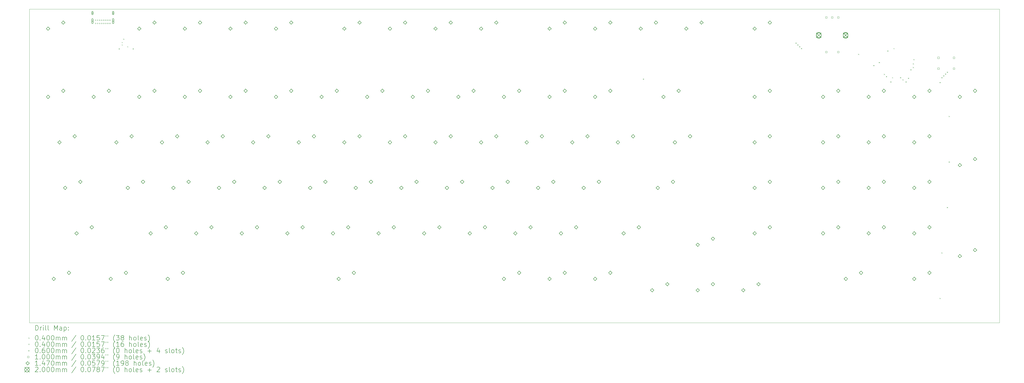
<source format=gbr>
%FSLAX45Y45*%
G04 Gerber Fmt 4.5, Leading zero omitted, Abs format (unit mm)*
G04 Created by KiCad (PCBNEW 6.0.6) date 2022-08-21 10:39:27*
%MOMM*%
%LPD*%
G01*
G04 APERTURE LIST*
%TA.AperFunction,Profile*%
%ADD10C,0.050000*%
%TD*%
%ADD11C,0.200000*%
%ADD12C,0.040000*%
%ADD13C,0.060000*%
%ADD14C,0.100000*%
%ADD15C,0.147000*%
G04 APERTURE END LIST*
D10*
X42951400Y-15392400D02*
X42951400Y-2260600D01*
X42951400Y-2260600D02*
X5257800Y-2260600D01*
X5257800Y-2260600D02*
X2413000Y-2260600D01*
X2413000Y-15392400D02*
X42951400Y-15392400D01*
X2413000Y-2260600D02*
X2413000Y-15392400D01*
D11*
D12*
X6139500Y-3904300D02*
X6179500Y-3944300D01*
X6179500Y-3904300D02*
X6139500Y-3944300D01*
X6266500Y-3639250D02*
X6306500Y-3679250D01*
X6306500Y-3639250D02*
X6266500Y-3679250D01*
X6266500Y-3739200D02*
X6306500Y-3779200D01*
X6306500Y-3739200D02*
X6266500Y-3779200D01*
X6330000Y-3497900D02*
X6370000Y-3537900D01*
X6370000Y-3497900D02*
X6330000Y-3537900D01*
X6495100Y-3815400D02*
X6535100Y-3855400D01*
X6535100Y-3815400D02*
X6495100Y-3855400D01*
X6723700Y-3904300D02*
X6763700Y-3944300D01*
X6763700Y-3904300D02*
X6723700Y-3944300D01*
X28046450Y-5171675D02*
X28086450Y-5211675D01*
X28086450Y-5171675D02*
X28046450Y-5211675D01*
X34422400Y-3663000D02*
X34462400Y-3703000D01*
X34462400Y-3663000D02*
X34422400Y-3703000D01*
X34498600Y-3739200D02*
X34538600Y-3779200D01*
X34538600Y-3739200D02*
X34498600Y-3779200D01*
X34574800Y-3815400D02*
X34614800Y-3855400D01*
X34614800Y-3815400D02*
X34574800Y-3855400D01*
X34651000Y-3891600D02*
X34691000Y-3931600D01*
X34691000Y-3891600D02*
X34651000Y-3931600D01*
X37038600Y-4132900D02*
X37078600Y-4172900D01*
X37078600Y-4132900D02*
X37038600Y-4172900D01*
X37673600Y-4602800D02*
X37713600Y-4642800D01*
X37713600Y-4602800D02*
X37673600Y-4642800D01*
X37902200Y-4475800D02*
X37942200Y-4515800D01*
X37942200Y-4475800D02*
X37902200Y-4515800D01*
X38115134Y-4974066D02*
X38155134Y-5014066D01*
X38155134Y-4974066D02*
X38115134Y-5014066D01*
X38204034Y-5062966D02*
X38244034Y-5102966D01*
X38244034Y-5062966D02*
X38204034Y-5102966D01*
X38257800Y-3993200D02*
X38297800Y-4033200D01*
X38297800Y-3993200D02*
X38257800Y-4033200D01*
X38384800Y-5288600D02*
X38424800Y-5328600D01*
X38424800Y-5288600D02*
X38384800Y-5328600D01*
X38457425Y-5110800D02*
X38497425Y-5150800D01*
X38497425Y-5110800D02*
X38457425Y-5150800D01*
X38515375Y-3891600D02*
X38555375Y-3931600D01*
X38555375Y-3891600D02*
X38515375Y-3931600D01*
X38791200Y-5110800D02*
X38831200Y-5150800D01*
X38831200Y-5110800D02*
X38791200Y-5150800D01*
X38891389Y-5198002D02*
X38931389Y-5238002D01*
X38931389Y-5198002D02*
X38891389Y-5238002D01*
X39019800Y-5288600D02*
X39059800Y-5328600D01*
X39059800Y-5288600D02*
X39019800Y-5328600D01*
X39121400Y-5136200D02*
X39161400Y-5176200D01*
X39161400Y-5136200D02*
X39121400Y-5176200D01*
X39223000Y-4780600D02*
X39263000Y-4820600D01*
X39263000Y-4780600D02*
X39223000Y-4820600D01*
X39324600Y-4530175D02*
X39364600Y-4570175D01*
X39364600Y-4530175D02*
X39324600Y-4570175D01*
X39324600Y-4682575D02*
X39364600Y-4722575D01*
X39364600Y-4682575D02*
X39324600Y-4722575D01*
X39350000Y-4356725D02*
X39390000Y-4396725D01*
X39390000Y-4356725D02*
X39350000Y-4396725D01*
X40442200Y-5314000D02*
X40482200Y-5354000D01*
X40482200Y-5314000D02*
X40442200Y-5354000D01*
X40445475Y-14353125D02*
X40485475Y-14393125D01*
X40485475Y-14353125D02*
X40445475Y-14393125D01*
X40518125Y-12448125D02*
X40558125Y-12488125D01*
X40558125Y-12448125D02*
X40518125Y-12488125D01*
X40518400Y-5110800D02*
X40558400Y-5150800D01*
X40558400Y-5110800D02*
X40518400Y-5150800D01*
X40594600Y-5034600D02*
X40634600Y-5074600D01*
X40634600Y-5034600D02*
X40594600Y-5074600D01*
X40670800Y-4958400D02*
X40710800Y-4998400D01*
X40710800Y-4958400D02*
X40670800Y-4998400D01*
X40747000Y-4882200D02*
X40787000Y-4922200D01*
X40787000Y-4882200D02*
X40747000Y-4922200D01*
X40747000Y-10546400D02*
X40787000Y-10586400D01*
X40787000Y-10546400D02*
X40747000Y-10586400D01*
X40823200Y-8641400D02*
X40863200Y-8681400D01*
X40863200Y-8641400D02*
X40823200Y-8681400D01*
X40826475Y-6733125D02*
X40866475Y-6773125D01*
X40866475Y-6733125D02*
X40826475Y-6773125D01*
X5199375Y-2728125D02*
G75*
G03*
X5199375Y-2728125I-20000J0D01*
G01*
X5199375Y-2863125D02*
G75*
G03*
X5199375Y-2863125I-20000J0D01*
G01*
X5284375Y-2728125D02*
G75*
G03*
X5284375Y-2728125I-20000J0D01*
G01*
X5284375Y-2863125D02*
G75*
G03*
X5284375Y-2863125I-20000J0D01*
G01*
X5369375Y-2728125D02*
G75*
G03*
X5369375Y-2728125I-20000J0D01*
G01*
X5369375Y-2863125D02*
G75*
G03*
X5369375Y-2863125I-20000J0D01*
G01*
X5454375Y-2728125D02*
G75*
G03*
X5454375Y-2728125I-20000J0D01*
G01*
X5454375Y-2863125D02*
G75*
G03*
X5454375Y-2863125I-20000J0D01*
G01*
X5539375Y-2728125D02*
G75*
G03*
X5539375Y-2728125I-20000J0D01*
G01*
X5539375Y-2863125D02*
G75*
G03*
X5539375Y-2863125I-20000J0D01*
G01*
X5624375Y-2728125D02*
G75*
G03*
X5624375Y-2728125I-20000J0D01*
G01*
X5624375Y-2863125D02*
G75*
G03*
X5624375Y-2863125I-20000J0D01*
G01*
X5709375Y-2728125D02*
G75*
G03*
X5709375Y-2728125I-20000J0D01*
G01*
X5709375Y-2863125D02*
G75*
G03*
X5709375Y-2863125I-20000J0D01*
G01*
X5794375Y-2728125D02*
G75*
G03*
X5794375Y-2728125I-20000J0D01*
G01*
X5794375Y-2863125D02*
G75*
G03*
X5794375Y-2863125I-20000J0D01*
G01*
D13*
X5044375Y-2397125D02*
X5044375Y-2457125D01*
X5014375Y-2427125D02*
X5074375Y-2427125D01*
D11*
X5014375Y-2387125D02*
X5014375Y-2467125D01*
X5074375Y-2387125D02*
X5074375Y-2467125D01*
X5014375Y-2467125D02*
G75*
G03*
X5074375Y-2467125I30000J0D01*
G01*
X5074375Y-2387125D02*
G75*
G03*
X5014375Y-2387125I-30000J0D01*
G01*
D13*
X5044375Y-2735125D02*
X5044375Y-2795125D01*
X5014375Y-2765125D02*
X5074375Y-2765125D01*
D11*
X5014375Y-2690125D02*
X5014375Y-2840125D01*
X5074375Y-2690125D02*
X5074375Y-2840125D01*
X5014375Y-2840125D02*
G75*
G03*
X5074375Y-2840125I30000J0D01*
G01*
X5074375Y-2690125D02*
G75*
G03*
X5014375Y-2690125I-30000J0D01*
G01*
D13*
X5909375Y-2397125D02*
X5909375Y-2457125D01*
X5879375Y-2427125D02*
X5939375Y-2427125D01*
D11*
X5879375Y-2387125D02*
X5879375Y-2467125D01*
X5939375Y-2387125D02*
X5939375Y-2467125D01*
X5879375Y-2467125D02*
G75*
G03*
X5939375Y-2467125I30000J0D01*
G01*
X5939375Y-2387125D02*
G75*
G03*
X5879375Y-2387125I-30000J0D01*
G01*
D13*
X5909375Y-2735125D02*
X5909375Y-2795125D01*
X5879375Y-2765125D02*
X5939375Y-2765125D01*
D11*
X5879375Y-2690125D02*
X5879375Y-2840125D01*
X5939375Y-2690125D02*
X5939375Y-2840125D01*
X5879375Y-2840125D02*
G75*
G03*
X5939375Y-2840125I30000J0D01*
G01*
X5939375Y-2690125D02*
G75*
G03*
X5879375Y-2690125I-30000J0D01*
G01*
D14*
X35742231Y-2644106D02*
X35742231Y-2573394D01*
X35671519Y-2573394D01*
X35671519Y-2644106D01*
X35742231Y-2644106D01*
X35742231Y-4094106D02*
X35742231Y-4023394D01*
X35671519Y-4023394D01*
X35671519Y-4094106D01*
X35742231Y-4094106D01*
X35992231Y-2644106D02*
X35992231Y-2573394D01*
X35921519Y-2573394D01*
X35921519Y-2644106D01*
X35992231Y-2644106D01*
X36242231Y-2644106D02*
X36242231Y-2573394D01*
X36171519Y-2573394D01*
X36171519Y-2644106D01*
X36242231Y-2644106D01*
X36242231Y-4094106D02*
X36242231Y-4023394D01*
X36171519Y-4023394D01*
X36171519Y-4094106D01*
X36242231Y-4094106D01*
X40429731Y-4334731D02*
X40429731Y-4264019D01*
X40359019Y-4264019D01*
X40359019Y-4334731D01*
X40429731Y-4334731D01*
X40429731Y-4784731D02*
X40429731Y-4714019D01*
X40359019Y-4714019D01*
X40359019Y-4784731D01*
X40429731Y-4784731D01*
X41079731Y-4334731D02*
X41079731Y-4264019D01*
X41009019Y-4264019D01*
X41009019Y-4334731D01*
X41079731Y-4334731D01*
X41079731Y-4784731D02*
X41079731Y-4714019D01*
X41009019Y-4714019D01*
X41009019Y-4784731D01*
X41079731Y-4784731D01*
D15*
X3190875Y-3153250D02*
X3264375Y-3079750D01*
X3190875Y-3006250D01*
X3117375Y-3079750D01*
X3190875Y-3153250D01*
X3190875Y-6010750D02*
X3264375Y-5937250D01*
X3190875Y-5863750D01*
X3117375Y-5937250D01*
X3190875Y-6010750D01*
X3429000Y-13630750D02*
X3502500Y-13557250D01*
X3429000Y-13483750D01*
X3355500Y-13557250D01*
X3429000Y-13630750D01*
X3667125Y-7915750D02*
X3740625Y-7842250D01*
X3667125Y-7768750D01*
X3593625Y-7842250D01*
X3667125Y-7915750D01*
X3825875Y-2899250D02*
X3899375Y-2825750D01*
X3825875Y-2752250D01*
X3752375Y-2825750D01*
X3825875Y-2899250D01*
X3825875Y-5756750D02*
X3899375Y-5683250D01*
X3825875Y-5609750D01*
X3752375Y-5683250D01*
X3825875Y-5756750D01*
X3905250Y-9820750D02*
X3978750Y-9747250D01*
X3905250Y-9673750D01*
X3831750Y-9747250D01*
X3905250Y-9820750D01*
X4064000Y-13376750D02*
X4137500Y-13303250D01*
X4064000Y-13229750D01*
X3990500Y-13303250D01*
X4064000Y-13376750D01*
X4302125Y-7661750D02*
X4375625Y-7588250D01*
X4302125Y-7514750D01*
X4228625Y-7588250D01*
X4302125Y-7661750D01*
X4381500Y-11725750D02*
X4455000Y-11652250D01*
X4381500Y-11578750D01*
X4308000Y-11652250D01*
X4381500Y-11725750D01*
X4540250Y-9566750D02*
X4613750Y-9493250D01*
X4540250Y-9419750D01*
X4466750Y-9493250D01*
X4540250Y-9566750D01*
X5016500Y-11471750D02*
X5090000Y-11398250D01*
X5016500Y-11324750D01*
X4943000Y-11398250D01*
X5016500Y-11471750D01*
X5095875Y-6010750D02*
X5169375Y-5937250D01*
X5095875Y-5863750D01*
X5022375Y-5937250D01*
X5095875Y-6010750D01*
X5730875Y-5756750D02*
X5804375Y-5683250D01*
X5730875Y-5609750D01*
X5657375Y-5683250D01*
X5730875Y-5756750D01*
X5810250Y-13630750D02*
X5883750Y-13557250D01*
X5810250Y-13483750D01*
X5736750Y-13557250D01*
X5810250Y-13630750D01*
X6048375Y-7915750D02*
X6121875Y-7842250D01*
X6048375Y-7768750D01*
X5974875Y-7842250D01*
X6048375Y-7915750D01*
X6445250Y-13376750D02*
X6518750Y-13303250D01*
X6445250Y-13229750D01*
X6371750Y-13303250D01*
X6445250Y-13376750D01*
X6524625Y-9820750D02*
X6598125Y-9747250D01*
X6524625Y-9673750D01*
X6451125Y-9747250D01*
X6524625Y-9820750D01*
X6683375Y-7661750D02*
X6756875Y-7588250D01*
X6683375Y-7514750D01*
X6609875Y-7588250D01*
X6683375Y-7661750D01*
X7000875Y-3153250D02*
X7074375Y-3079750D01*
X7000875Y-3006250D01*
X6927375Y-3079750D01*
X7000875Y-3153250D01*
X7000875Y-6010750D02*
X7074375Y-5937250D01*
X7000875Y-5863750D01*
X6927375Y-5937250D01*
X7000875Y-6010750D01*
X7159625Y-9566750D02*
X7233125Y-9493250D01*
X7159625Y-9419750D01*
X7086125Y-9493250D01*
X7159625Y-9566750D01*
X7477125Y-11725750D02*
X7550625Y-11652250D01*
X7477125Y-11578750D01*
X7403625Y-11652250D01*
X7477125Y-11725750D01*
X7635875Y-2899250D02*
X7709375Y-2825750D01*
X7635875Y-2752250D01*
X7562375Y-2825750D01*
X7635875Y-2899250D01*
X7635875Y-5756750D02*
X7709375Y-5683250D01*
X7635875Y-5609750D01*
X7562375Y-5683250D01*
X7635875Y-5756750D01*
X7953375Y-7915750D02*
X8026875Y-7842250D01*
X7953375Y-7768750D01*
X7879875Y-7842250D01*
X7953375Y-7915750D01*
X8112125Y-11471750D02*
X8185625Y-11398250D01*
X8112125Y-11324750D01*
X8038625Y-11398250D01*
X8112125Y-11471750D01*
X8191500Y-13630750D02*
X8265000Y-13557250D01*
X8191500Y-13483750D01*
X8118000Y-13557250D01*
X8191500Y-13630750D01*
X8429625Y-9820750D02*
X8503125Y-9747250D01*
X8429625Y-9673750D01*
X8356125Y-9747250D01*
X8429625Y-9820750D01*
X8588375Y-7661750D02*
X8661875Y-7588250D01*
X8588375Y-7514750D01*
X8514875Y-7588250D01*
X8588375Y-7661750D01*
X8826500Y-13376750D02*
X8900000Y-13303250D01*
X8826500Y-13229750D01*
X8753000Y-13303250D01*
X8826500Y-13376750D01*
X8905875Y-3153250D02*
X8979375Y-3079750D01*
X8905875Y-3006250D01*
X8832375Y-3079750D01*
X8905875Y-3153250D01*
X8905875Y-6010750D02*
X8979375Y-5937250D01*
X8905875Y-5863750D01*
X8832375Y-5937250D01*
X8905875Y-6010750D01*
X9064625Y-9566750D02*
X9138125Y-9493250D01*
X9064625Y-9419750D01*
X8991125Y-9493250D01*
X9064625Y-9566750D01*
X9382125Y-11725750D02*
X9455625Y-11652250D01*
X9382125Y-11578750D01*
X9308625Y-11652250D01*
X9382125Y-11725750D01*
X9540875Y-2899250D02*
X9614375Y-2825750D01*
X9540875Y-2752250D01*
X9467375Y-2825750D01*
X9540875Y-2899250D01*
X9540875Y-5756750D02*
X9614375Y-5683250D01*
X9540875Y-5609750D01*
X9467375Y-5683250D01*
X9540875Y-5756750D01*
X9858375Y-7915750D02*
X9931875Y-7842250D01*
X9858375Y-7768750D01*
X9784875Y-7842250D01*
X9858375Y-7915750D01*
X10017125Y-11471750D02*
X10090625Y-11398250D01*
X10017125Y-11324750D01*
X9943625Y-11398250D01*
X10017125Y-11471750D01*
X10334625Y-9820750D02*
X10408125Y-9747250D01*
X10334625Y-9673750D01*
X10261125Y-9747250D01*
X10334625Y-9820750D01*
X10493375Y-7661750D02*
X10566875Y-7588250D01*
X10493375Y-7514750D01*
X10419875Y-7588250D01*
X10493375Y-7661750D01*
X10810875Y-3153250D02*
X10884375Y-3079750D01*
X10810875Y-3006250D01*
X10737375Y-3079750D01*
X10810875Y-3153250D01*
X10810875Y-6010750D02*
X10884375Y-5937250D01*
X10810875Y-5863750D01*
X10737375Y-5937250D01*
X10810875Y-6010750D01*
X10969625Y-9566750D02*
X11043125Y-9493250D01*
X10969625Y-9419750D01*
X10896125Y-9493250D01*
X10969625Y-9566750D01*
X11287125Y-11725750D02*
X11360625Y-11652250D01*
X11287125Y-11578750D01*
X11213625Y-11652250D01*
X11287125Y-11725750D01*
X11445875Y-2899250D02*
X11519375Y-2825750D01*
X11445875Y-2752250D01*
X11372375Y-2825750D01*
X11445875Y-2899250D01*
X11445875Y-5756750D02*
X11519375Y-5683250D01*
X11445875Y-5609750D01*
X11372375Y-5683250D01*
X11445875Y-5756750D01*
X11763375Y-7915750D02*
X11836875Y-7842250D01*
X11763375Y-7768750D01*
X11689875Y-7842250D01*
X11763375Y-7915750D01*
X11922125Y-11471750D02*
X11995625Y-11398250D01*
X11922125Y-11324750D01*
X11848625Y-11398250D01*
X11922125Y-11471750D01*
X12239625Y-9820750D02*
X12313125Y-9747250D01*
X12239625Y-9673750D01*
X12166125Y-9747250D01*
X12239625Y-9820750D01*
X12398375Y-7661750D02*
X12471875Y-7588250D01*
X12398375Y-7514750D01*
X12324875Y-7588250D01*
X12398375Y-7661750D01*
X12715875Y-3153250D02*
X12789375Y-3079750D01*
X12715875Y-3006250D01*
X12642375Y-3079750D01*
X12715875Y-3153250D01*
X12715875Y-6010750D02*
X12789375Y-5937250D01*
X12715875Y-5863750D01*
X12642375Y-5937250D01*
X12715875Y-6010750D01*
X12874625Y-9566750D02*
X12948125Y-9493250D01*
X12874625Y-9419750D01*
X12801125Y-9493250D01*
X12874625Y-9566750D01*
X13192125Y-11725750D02*
X13265625Y-11652250D01*
X13192125Y-11578750D01*
X13118625Y-11652250D01*
X13192125Y-11725750D01*
X13350875Y-2899250D02*
X13424375Y-2825750D01*
X13350875Y-2752250D01*
X13277375Y-2825750D01*
X13350875Y-2899250D01*
X13350875Y-5756750D02*
X13424375Y-5683250D01*
X13350875Y-5609750D01*
X13277375Y-5683250D01*
X13350875Y-5756750D01*
X13668375Y-7915750D02*
X13741875Y-7842250D01*
X13668375Y-7768750D01*
X13594875Y-7842250D01*
X13668375Y-7915750D01*
X13827125Y-11471750D02*
X13900625Y-11398250D01*
X13827125Y-11324750D01*
X13753625Y-11398250D01*
X13827125Y-11471750D01*
X14144625Y-9820750D02*
X14218125Y-9747250D01*
X14144625Y-9673750D01*
X14071125Y-9747250D01*
X14144625Y-9820750D01*
X14303375Y-7661750D02*
X14376875Y-7588250D01*
X14303375Y-7514750D01*
X14229875Y-7588250D01*
X14303375Y-7661750D01*
X14620875Y-6010750D02*
X14694375Y-5937250D01*
X14620875Y-5863750D01*
X14547375Y-5937250D01*
X14620875Y-6010750D01*
X14779625Y-9566750D02*
X14853125Y-9493250D01*
X14779625Y-9419750D01*
X14706125Y-9493250D01*
X14779625Y-9566750D01*
X15097125Y-11725750D02*
X15170625Y-11652250D01*
X15097125Y-11578750D01*
X15023625Y-11652250D01*
X15097125Y-11725750D01*
X15255875Y-5756750D02*
X15329375Y-5683250D01*
X15255875Y-5609750D01*
X15182375Y-5683250D01*
X15255875Y-5756750D01*
X15335250Y-13630750D02*
X15408750Y-13557250D01*
X15335250Y-13483750D01*
X15261750Y-13557250D01*
X15335250Y-13630750D01*
X15573375Y-3153250D02*
X15646875Y-3079750D01*
X15573375Y-3006250D01*
X15499875Y-3079750D01*
X15573375Y-3153250D01*
X15573375Y-7915750D02*
X15646875Y-7842250D01*
X15573375Y-7768750D01*
X15499875Y-7842250D01*
X15573375Y-7915750D01*
X15732125Y-11471750D02*
X15805625Y-11398250D01*
X15732125Y-11324750D01*
X15658625Y-11398250D01*
X15732125Y-11471750D01*
X15970250Y-13376750D02*
X16043750Y-13303250D01*
X15970250Y-13229750D01*
X15896750Y-13303250D01*
X15970250Y-13376750D01*
X16049625Y-9820750D02*
X16123125Y-9747250D01*
X16049625Y-9673750D01*
X15976125Y-9747250D01*
X16049625Y-9820750D01*
X16208375Y-2899250D02*
X16281875Y-2825750D01*
X16208375Y-2752250D01*
X16134875Y-2825750D01*
X16208375Y-2899250D01*
X16208375Y-7661750D02*
X16281875Y-7588250D01*
X16208375Y-7514750D01*
X16134875Y-7588250D01*
X16208375Y-7661750D01*
X16525875Y-6010750D02*
X16599375Y-5937250D01*
X16525875Y-5863750D01*
X16452375Y-5937250D01*
X16525875Y-6010750D01*
X16684625Y-9566750D02*
X16758125Y-9493250D01*
X16684625Y-9419750D01*
X16611125Y-9493250D01*
X16684625Y-9566750D01*
X17002125Y-11725750D02*
X17075625Y-11652250D01*
X17002125Y-11578750D01*
X16928625Y-11652250D01*
X17002125Y-11725750D01*
X17160875Y-5756750D02*
X17234375Y-5683250D01*
X17160875Y-5609750D01*
X17087375Y-5683250D01*
X17160875Y-5756750D01*
X17478375Y-3153250D02*
X17551875Y-3079750D01*
X17478375Y-3006250D01*
X17404875Y-3079750D01*
X17478375Y-3153250D01*
X17478375Y-7915750D02*
X17551875Y-7842250D01*
X17478375Y-7768750D01*
X17404875Y-7842250D01*
X17478375Y-7915750D01*
X17637125Y-11471750D02*
X17710625Y-11398250D01*
X17637125Y-11324750D01*
X17563625Y-11398250D01*
X17637125Y-11471750D01*
X17954625Y-9820750D02*
X18028125Y-9747250D01*
X17954625Y-9673750D01*
X17881125Y-9747250D01*
X17954625Y-9820750D01*
X18113375Y-2899250D02*
X18186875Y-2825750D01*
X18113375Y-2752250D01*
X18039875Y-2825750D01*
X18113375Y-2899250D01*
X18113375Y-7661750D02*
X18186875Y-7588250D01*
X18113375Y-7514750D01*
X18039875Y-7588250D01*
X18113375Y-7661750D01*
X18430875Y-6010750D02*
X18504375Y-5937250D01*
X18430875Y-5863750D01*
X18357375Y-5937250D01*
X18430875Y-6010750D01*
X18589625Y-9566750D02*
X18663125Y-9493250D01*
X18589625Y-9419750D01*
X18516125Y-9493250D01*
X18589625Y-9566750D01*
X18907125Y-11725750D02*
X18980625Y-11652250D01*
X18907125Y-11578750D01*
X18833625Y-11652250D01*
X18907125Y-11725750D01*
X19065875Y-5756750D02*
X19139375Y-5683250D01*
X19065875Y-5609750D01*
X18992375Y-5683250D01*
X19065875Y-5756750D01*
X19383375Y-3153250D02*
X19456875Y-3079750D01*
X19383375Y-3006250D01*
X19309875Y-3079750D01*
X19383375Y-3153250D01*
X19383375Y-7915750D02*
X19456875Y-7842250D01*
X19383375Y-7768750D01*
X19309875Y-7842250D01*
X19383375Y-7915750D01*
X19542125Y-11471750D02*
X19615625Y-11398250D01*
X19542125Y-11324750D01*
X19468625Y-11398250D01*
X19542125Y-11471750D01*
X19859625Y-9820750D02*
X19933125Y-9747250D01*
X19859625Y-9673750D01*
X19786125Y-9747250D01*
X19859625Y-9820750D01*
X20018375Y-2899250D02*
X20091875Y-2825750D01*
X20018375Y-2752250D01*
X19944875Y-2825750D01*
X20018375Y-2899250D01*
X20018375Y-7661750D02*
X20091875Y-7588250D01*
X20018375Y-7514750D01*
X19944875Y-7588250D01*
X20018375Y-7661750D01*
X20335875Y-6010750D02*
X20409375Y-5937250D01*
X20335875Y-5863750D01*
X20262375Y-5937250D01*
X20335875Y-6010750D01*
X20494625Y-9566750D02*
X20568125Y-9493250D01*
X20494625Y-9419750D01*
X20421125Y-9493250D01*
X20494625Y-9566750D01*
X20812125Y-11725750D02*
X20885625Y-11652250D01*
X20812125Y-11578750D01*
X20738625Y-11652250D01*
X20812125Y-11725750D01*
X20970875Y-5756750D02*
X21044375Y-5683250D01*
X20970875Y-5609750D01*
X20897375Y-5683250D01*
X20970875Y-5756750D01*
X21288375Y-3153250D02*
X21361875Y-3079750D01*
X21288375Y-3006250D01*
X21214875Y-3079750D01*
X21288375Y-3153250D01*
X21288375Y-7915750D02*
X21361875Y-7842250D01*
X21288375Y-7768750D01*
X21214875Y-7842250D01*
X21288375Y-7915750D01*
X21447125Y-11471750D02*
X21520625Y-11398250D01*
X21447125Y-11324750D01*
X21373625Y-11398250D01*
X21447125Y-11471750D01*
X21764625Y-9820750D02*
X21838125Y-9747250D01*
X21764625Y-9673750D01*
X21691125Y-9747250D01*
X21764625Y-9820750D01*
X21923375Y-2899250D02*
X21996875Y-2825750D01*
X21923375Y-2752250D01*
X21849875Y-2825750D01*
X21923375Y-2899250D01*
X21923375Y-7661750D02*
X21996875Y-7588250D01*
X21923375Y-7514750D01*
X21849875Y-7588250D01*
X21923375Y-7661750D01*
X22240875Y-6010750D02*
X22314375Y-5937250D01*
X22240875Y-5863750D01*
X22167375Y-5937250D01*
X22240875Y-6010750D01*
X22240875Y-13630750D02*
X22314375Y-13557250D01*
X22240875Y-13483750D01*
X22167375Y-13557250D01*
X22240875Y-13630750D01*
X22399625Y-9566750D02*
X22473125Y-9493250D01*
X22399625Y-9419750D01*
X22326125Y-9493250D01*
X22399625Y-9566750D01*
X22717125Y-11725750D02*
X22790625Y-11652250D01*
X22717125Y-11578750D01*
X22643625Y-11652250D01*
X22717125Y-11725750D01*
X22875875Y-5756750D02*
X22949375Y-5683250D01*
X22875875Y-5609750D01*
X22802375Y-5683250D01*
X22875875Y-5756750D01*
X22875875Y-13376750D02*
X22949375Y-13303250D01*
X22875875Y-13229750D01*
X22802375Y-13303250D01*
X22875875Y-13376750D01*
X23193375Y-7915750D02*
X23266875Y-7842250D01*
X23193375Y-7768750D01*
X23119875Y-7842250D01*
X23193375Y-7915750D01*
X23352125Y-11471750D02*
X23425625Y-11398250D01*
X23352125Y-11324750D01*
X23278625Y-11398250D01*
X23352125Y-11471750D01*
X23669625Y-9820750D02*
X23743125Y-9747250D01*
X23669625Y-9673750D01*
X23596125Y-9747250D01*
X23669625Y-9820750D01*
X23828375Y-7661750D02*
X23901875Y-7588250D01*
X23828375Y-7514750D01*
X23754875Y-7588250D01*
X23828375Y-7661750D01*
X24145875Y-3153250D02*
X24219375Y-3079750D01*
X24145875Y-3006250D01*
X24072375Y-3079750D01*
X24145875Y-3153250D01*
X24145875Y-6010750D02*
X24219375Y-5937250D01*
X24145875Y-5863750D01*
X24072375Y-5937250D01*
X24145875Y-6010750D01*
X24145875Y-13630750D02*
X24219375Y-13557250D01*
X24145875Y-13483750D01*
X24072375Y-13557250D01*
X24145875Y-13630750D01*
X24304625Y-9566750D02*
X24378125Y-9493250D01*
X24304625Y-9419750D01*
X24231125Y-9493250D01*
X24304625Y-9566750D01*
X24622125Y-11725750D02*
X24695625Y-11652250D01*
X24622125Y-11578750D01*
X24548625Y-11652250D01*
X24622125Y-11725750D01*
X24780875Y-2899250D02*
X24854375Y-2825750D01*
X24780875Y-2752250D01*
X24707375Y-2825750D01*
X24780875Y-2899250D01*
X24780875Y-5756750D02*
X24854375Y-5683250D01*
X24780875Y-5609750D01*
X24707375Y-5683250D01*
X24780875Y-5756750D01*
X24780875Y-13376750D02*
X24854375Y-13303250D01*
X24780875Y-13229750D01*
X24707375Y-13303250D01*
X24780875Y-13376750D01*
X25098375Y-7915750D02*
X25171875Y-7842250D01*
X25098375Y-7768750D01*
X25024875Y-7842250D01*
X25098375Y-7915750D01*
X25257125Y-11471750D02*
X25330625Y-11398250D01*
X25257125Y-11324750D01*
X25183625Y-11398250D01*
X25257125Y-11471750D01*
X25574625Y-9820750D02*
X25648125Y-9747250D01*
X25574625Y-9673750D01*
X25501125Y-9747250D01*
X25574625Y-9820750D01*
X25733375Y-7661750D02*
X25806875Y-7588250D01*
X25733375Y-7514750D01*
X25659875Y-7588250D01*
X25733375Y-7661750D01*
X26050875Y-3153250D02*
X26124375Y-3079750D01*
X26050875Y-3006250D01*
X25977375Y-3079750D01*
X26050875Y-3153250D01*
X26050875Y-6010750D02*
X26124375Y-5937250D01*
X26050875Y-5863750D01*
X25977375Y-5937250D01*
X26050875Y-6010750D01*
X26050875Y-13630750D02*
X26124375Y-13557250D01*
X26050875Y-13483750D01*
X25977375Y-13557250D01*
X26050875Y-13630750D01*
X26209625Y-9566750D02*
X26283125Y-9493250D01*
X26209625Y-9419750D01*
X26136125Y-9493250D01*
X26209625Y-9566750D01*
X26685875Y-2899250D02*
X26759375Y-2825750D01*
X26685875Y-2752250D01*
X26612375Y-2825750D01*
X26685875Y-2899250D01*
X26685875Y-5756750D02*
X26759375Y-5683250D01*
X26685875Y-5609750D01*
X26612375Y-5683250D01*
X26685875Y-5756750D01*
X26685875Y-13376750D02*
X26759375Y-13303250D01*
X26685875Y-13229750D01*
X26612375Y-13303250D01*
X26685875Y-13376750D01*
X27003375Y-7915750D02*
X27076875Y-7842250D01*
X27003375Y-7768750D01*
X26929875Y-7842250D01*
X27003375Y-7915750D01*
X27241500Y-11725750D02*
X27315000Y-11652250D01*
X27241500Y-11578750D01*
X27168000Y-11652250D01*
X27241500Y-11725750D01*
X27638375Y-7661750D02*
X27711875Y-7588250D01*
X27638375Y-7514750D01*
X27564875Y-7588250D01*
X27638375Y-7661750D01*
X27876500Y-11471750D02*
X27950000Y-11398250D01*
X27876500Y-11324750D01*
X27803000Y-11398250D01*
X27876500Y-11471750D01*
X27955875Y-3153250D02*
X28029375Y-3079750D01*
X27955875Y-3006250D01*
X27882375Y-3079750D01*
X27955875Y-3153250D01*
X28432125Y-14107000D02*
X28505625Y-14033500D01*
X28432125Y-13960000D01*
X28358625Y-14033500D01*
X28432125Y-14107000D01*
X28590875Y-2899250D02*
X28664375Y-2825750D01*
X28590875Y-2752250D01*
X28517375Y-2825750D01*
X28590875Y-2899250D01*
X28670250Y-9820750D02*
X28743750Y-9747250D01*
X28670250Y-9673750D01*
X28596750Y-9747250D01*
X28670250Y-9820750D01*
X28908375Y-6010750D02*
X28981875Y-5937250D01*
X28908375Y-5863750D01*
X28834875Y-5937250D01*
X28908375Y-6010750D01*
X29067125Y-13853000D02*
X29140625Y-13779500D01*
X29067125Y-13706000D01*
X28993625Y-13779500D01*
X29067125Y-13853000D01*
X29305250Y-9566750D02*
X29378750Y-9493250D01*
X29305250Y-9419750D01*
X29231750Y-9493250D01*
X29305250Y-9566750D01*
X29384625Y-7915750D02*
X29458125Y-7842250D01*
X29384625Y-7768750D01*
X29311125Y-7842250D01*
X29384625Y-7915750D01*
X29543375Y-5756750D02*
X29616875Y-5683250D01*
X29543375Y-5609750D01*
X29469875Y-5683250D01*
X29543375Y-5756750D01*
X29860875Y-3153250D02*
X29934375Y-3079750D01*
X29860875Y-3006250D01*
X29787375Y-3079750D01*
X29860875Y-3153250D01*
X30019625Y-7661750D02*
X30093125Y-7588250D01*
X30019625Y-7514750D01*
X29946125Y-7588250D01*
X30019625Y-7661750D01*
X30337125Y-12202000D02*
X30410625Y-12128500D01*
X30337125Y-12055000D01*
X30263625Y-12128500D01*
X30337125Y-12202000D01*
X30337125Y-14107000D02*
X30410625Y-14033500D01*
X30337125Y-13960000D01*
X30263625Y-14033500D01*
X30337125Y-14107000D01*
X30495875Y-2899250D02*
X30569375Y-2825750D01*
X30495875Y-2752250D01*
X30422375Y-2825750D01*
X30495875Y-2899250D01*
X30972125Y-11948000D02*
X31045625Y-11874500D01*
X30972125Y-11801000D01*
X30898625Y-11874500D01*
X30972125Y-11948000D01*
X30972125Y-13853000D02*
X31045625Y-13779500D01*
X30972125Y-13706000D01*
X30898625Y-13779500D01*
X30972125Y-13853000D01*
X32242125Y-14107000D02*
X32315625Y-14033500D01*
X32242125Y-13960000D01*
X32168625Y-14033500D01*
X32242125Y-14107000D01*
X32718375Y-3153250D02*
X32791875Y-3079750D01*
X32718375Y-3006250D01*
X32644875Y-3079750D01*
X32718375Y-3153250D01*
X32718375Y-6010750D02*
X32791875Y-5937250D01*
X32718375Y-5863750D01*
X32644875Y-5937250D01*
X32718375Y-6010750D01*
X32718375Y-7915750D02*
X32791875Y-7842250D01*
X32718375Y-7768750D01*
X32644875Y-7842250D01*
X32718375Y-7915750D01*
X32718375Y-9820750D02*
X32791875Y-9747250D01*
X32718375Y-9673750D01*
X32644875Y-9747250D01*
X32718375Y-9820750D01*
X32718375Y-11725750D02*
X32791875Y-11652250D01*
X32718375Y-11578750D01*
X32644875Y-11652250D01*
X32718375Y-11725750D01*
X32877125Y-13853000D02*
X32950625Y-13779500D01*
X32877125Y-13706000D01*
X32803625Y-13779500D01*
X32877125Y-13853000D01*
X33353375Y-2899250D02*
X33426875Y-2825750D01*
X33353375Y-2752250D01*
X33279875Y-2825750D01*
X33353375Y-2899250D01*
X33353375Y-5756750D02*
X33426875Y-5683250D01*
X33353375Y-5609750D01*
X33279875Y-5683250D01*
X33353375Y-5756750D01*
X33353375Y-7661750D02*
X33426875Y-7588250D01*
X33353375Y-7514750D01*
X33279875Y-7588250D01*
X33353375Y-7661750D01*
X33353375Y-9566750D02*
X33426875Y-9493250D01*
X33353375Y-9419750D01*
X33279875Y-9493250D01*
X33353375Y-9566750D01*
X33353375Y-11471750D02*
X33426875Y-11398250D01*
X33353375Y-11324750D01*
X33279875Y-11398250D01*
X33353375Y-11471750D01*
X35575875Y-6010750D02*
X35649375Y-5937250D01*
X35575875Y-5863750D01*
X35502375Y-5937250D01*
X35575875Y-6010750D01*
X35575875Y-7915750D02*
X35649375Y-7842250D01*
X35575875Y-7768750D01*
X35502375Y-7842250D01*
X35575875Y-7915750D01*
X35575875Y-9820750D02*
X35649375Y-9747250D01*
X35575875Y-9673750D01*
X35502375Y-9747250D01*
X35575875Y-9820750D01*
X35575875Y-11725750D02*
X35649375Y-11652250D01*
X35575875Y-11578750D01*
X35502375Y-11652250D01*
X35575875Y-11725750D01*
X36210875Y-5756750D02*
X36284375Y-5683250D01*
X36210875Y-5609750D01*
X36137375Y-5683250D01*
X36210875Y-5756750D01*
X36210875Y-7661750D02*
X36284375Y-7588250D01*
X36210875Y-7514750D01*
X36137375Y-7588250D01*
X36210875Y-7661750D01*
X36210875Y-9566750D02*
X36284375Y-9493250D01*
X36210875Y-9419750D01*
X36137375Y-9493250D01*
X36210875Y-9566750D01*
X36210875Y-11471750D02*
X36284375Y-11398250D01*
X36210875Y-11324750D01*
X36137375Y-11398250D01*
X36210875Y-11471750D01*
X36528375Y-13630750D02*
X36601875Y-13557250D01*
X36528375Y-13483750D01*
X36454875Y-13557250D01*
X36528375Y-13630750D01*
X37163375Y-13376750D02*
X37236875Y-13303250D01*
X37163375Y-13229750D01*
X37089875Y-13303250D01*
X37163375Y-13376750D01*
X37480875Y-6010750D02*
X37554375Y-5937250D01*
X37480875Y-5863750D01*
X37407375Y-5937250D01*
X37480875Y-6010750D01*
X37480875Y-7915750D02*
X37554375Y-7842250D01*
X37480875Y-7768750D01*
X37407375Y-7842250D01*
X37480875Y-7915750D01*
X37480875Y-9820750D02*
X37554375Y-9747250D01*
X37480875Y-9673750D01*
X37407375Y-9747250D01*
X37480875Y-9820750D01*
X37480875Y-11725750D02*
X37554375Y-11652250D01*
X37480875Y-11578750D01*
X37407375Y-11652250D01*
X37480875Y-11725750D01*
X38115875Y-5756750D02*
X38189375Y-5683250D01*
X38115875Y-5609750D01*
X38042375Y-5683250D01*
X38115875Y-5756750D01*
X38115875Y-7661750D02*
X38189375Y-7588250D01*
X38115875Y-7514750D01*
X38042375Y-7588250D01*
X38115875Y-7661750D01*
X38115875Y-9566750D02*
X38189375Y-9493250D01*
X38115875Y-9419750D01*
X38042375Y-9493250D01*
X38115875Y-9566750D01*
X38115875Y-11471750D02*
X38189375Y-11398250D01*
X38115875Y-11324750D01*
X38042375Y-11398250D01*
X38115875Y-11471750D01*
X39385875Y-6010750D02*
X39459375Y-5937250D01*
X39385875Y-5863750D01*
X39312375Y-5937250D01*
X39385875Y-6010750D01*
X39385875Y-7915750D02*
X39459375Y-7842250D01*
X39385875Y-7768750D01*
X39312375Y-7842250D01*
X39385875Y-7915750D01*
X39385875Y-9820750D02*
X39459375Y-9747250D01*
X39385875Y-9673750D01*
X39312375Y-9747250D01*
X39385875Y-9820750D01*
X39385875Y-11725750D02*
X39459375Y-11652250D01*
X39385875Y-11578750D01*
X39312375Y-11652250D01*
X39385875Y-11725750D01*
X39385875Y-13630750D02*
X39459375Y-13557250D01*
X39385875Y-13483750D01*
X39312375Y-13557250D01*
X39385875Y-13630750D01*
X40020875Y-5756750D02*
X40094375Y-5683250D01*
X40020875Y-5609750D01*
X39947375Y-5683250D01*
X40020875Y-5756750D01*
X40020875Y-7661750D02*
X40094375Y-7588250D01*
X40020875Y-7514750D01*
X39947375Y-7588250D01*
X40020875Y-7661750D01*
X40020875Y-9566750D02*
X40094375Y-9493250D01*
X40020875Y-9419750D01*
X39947375Y-9493250D01*
X40020875Y-9566750D01*
X40020875Y-11471750D02*
X40094375Y-11398250D01*
X40020875Y-11324750D01*
X39947375Y-11398250D01*
X40020875Y-11471750D01*
X40020875Y-13376750D02*
X40094375Y-13303250D01*
X40020875Y-13229750D01*
X39947375Y-13303250D01*
X40020875Y-13376750D01*
X41290875Y-6010750D02*
X41364375Y-5937250D01*
X41290875Y-5863750D01*
X41217375Y-5937250D01*
X41290875Y-6010750D01*
X41290875Y-8868250D02*
X41364375Y-8794750D01*
X41290875Y-8721250D01*
X41217375Y-8794750D01*
X41290875Y-8868250D01*
X41290875Y-12678250D02*
X41364375Y-12604750D01*
X41290875Y-12531250D01*
X41217375Y-12604750D01*
X41290875Y-12678250D01*
X41925875Y-5756750D02*
X41999375Y-5683250D01*
X41925875Y-5609750D01*
X41852375Y-5683250D01*
X41925875Y-5756750D01*
X41925875Y-8614250D02*
X41999375Y-8540750D01*
X41925875Y-8467250D01*
X41852375Y-8540750D01*
X41925875Y-8614250D01*
X41925875Y-12424250D02*
X41999375Y-12350750D01*
X41925875Y-12277250D01*
X41852375Y-12350750D01*
X41925875Y-12424250D01*
D11*
X35296875Y-3258750D02*
X35496875Y-3458750D01*
X35496875Y-3258750D02*
X35296875Y-3458750D01*
X35496875Y-3358750D02*
G75*
G03*
X35496875Y-3358750I-100000J0D01*
G01*
X35296875Y-3333750D02*
X35296875Y-3383750D01*
X35496875Y-3333750D02*
X35496875Y-3383750D01*
X35296875Y-3383750D02*
G75*
G03*
X35496875Y-3383750I100000J0D01*
G01*
X35496875Y-3333750D02*
G75*
G03*
X35296875Y-3333750I-100000J0D01*
G01*
X36416875Y-3258750D02*
X36616875Y-3458750D01*
X36616875Y-3258750D02*
X36416875Y-3458750D01*
X36616875Y-3358750D02*
G75*
G03*
X36616875Y-3358750I-100000J0D01*
G01*
X36416875Y-3333750D02*
X36416875Y-3383750D01*
X36616875Y-3333750D02*
X36616875Y-3383750D01*
X36416875Y-3383750D02*
G75*
G03*
X36616875Y-3383750I100000J0D01*
G01*
X36616875Y-3333750D02*
G75*
G03*
X36416875Y-3333750I-100000J0D01*
G01*
X2668119Y-15705376D02*
X2668119Y-15505376D01*
X2715738Y-15505376D01*
X2744310Y-15514900D01*
X2763357Y-15533948D01*
X2772881Y-15552995D01*
X2782405Y-15591090D01*
X2782405Y-15619662D01*
X2772881Y-15657757D01*
X2763357Y-15676805D01*
X2744310Y-15695852D01*
X2715738Y-15705376D01*
X2668119Y-15705376D01*
X2868119Y-15705376D02*
X2868119Y-15572043D01*
X2868119Y-15610138D02*
X2877643Y-15591090D01*
X2887167Y-15581567D01*
X2906214Y-15572043D01*
X2925262Y-15572043D01*
X2991928Y-15705376D02*
X2991928Y-15572043D01*
X2991928Y-15505376D02*
X2982405Y-15514900D01*
X2991928Y-15524424D01*
X3001452Y-15514900D01*
X2991928Y-15505376D01*
X2991928Y-15524424D01*
X3115738Y-15705376D02*
X3096690Y-15695852D01*
X3087167Y-15676805D01*
X3087167Y-15505376D01*
X3220500Y-15705376D02*
X3201452Y-15695852D01*
X3191928Y-15676805D01*
X3191928Y-15505376D01*
X3449071Y-15705376D02*
X3449071Y-15505376D01*
X3515738Y-15648233D01*
X3582405Y-15505376D01*
X3582405Y-15705376D01*
X3763357Y-15705376D02*
X3763357Y-15600614D01*
X3753833Y-15581567D01*
X3734786Y-15572043D01*
X3696690Y-15572043D01*
X3677643Y-15581567D01*
X3763357Y-15695852D02*
X3744309Y-15705376D01*
X3696690Y-15705376D01*
X3677643Y-15695852D01*
X3668119Y-15676805D01*
X3668119Y-15657757D01*
X3677643Y-15638709D01*
X3696690Y-15629186D01*
X3744309Y-15629186D01*
X3763357Y-15619662D01*
X3858595Y-15572043D02*
X3858595Y-15772043D01*
X3858595Y-15581567D02*
X3877643Y-15572043D01*
X3915738Y-15572043D01*
X3934786Y-15581567D01*
X3944309Y-15591090D01*
X3953833Y-15610138D01*
X3953833Y-15667281D01*
X3944309Y-15686328D01*
X3934786Y-15695852D01*
X3915738Y-15705376D01*
X3877643Y-15705376D01*
X3858595Y-15695852D01*
X4039548Y-15686328D02*
X4049071Y-15695852D01*
X4039548Y-15705376D01*
X4030024Y-15695852D01*
X4039548Y-15686328D01*
X4039548Y-15705376D01*
X4039548Y-15581567D02*
X4049071Y-15591090D01*
X4039548Y-15600614D01*
X4030024Y-15591090D01*
X4039548Y-15581567D01*
X4039548Y-15600614D01*
D12*
X2370500Y-16014900D02*
X2410500Y-16054900D01*
X2410500Y-16014900D02*
X2370500Y-16054900D01*
D11*
X2706214Y-15925376D02*
X2725262Y-15925376D01*
X2744310Y-15934900D01*
X2753833Y-15944424D01*
X2763357Y-15963471D01*
X2772881Y-16001567D01*
X2772881Y-16049186D01*
X2763357Y-16087281D01*
X2753833Y-16106328D01*
X2744310Y-16115852D01*
X2725262Y-16125376D01*
X2706214Y-16125376D01*
X2687167Y-16115852D01*
X2677643Y-16106328D01*
X2668119Y-16087281D01*
X2658595Y-16049186D01*
X2658595Y-16001567D01*
X2668119Y-15963471D01*
X2677643Y-15944424D01*
X2687167Y-15934900D01*
X2706214Y-15925376D01*
X2858595Y-16106328D02*
X2868119Y-16115852D01*
X2858595Y-16125376D01*
X2849071Y-16115852D01*
X2858595Y-16106328D01*
X2858595Y-16125376D01*
X3039548Y-15992043D02*
X3039548Y-16125376D01*
X2991928Y-15915852D02*
X2944309Y-16058709D01*
X3068119Y-16058709D01*
X3182405Y-15925376D02*
X3201452Y-15925376D01*
X3220500Y-15934900D01*
X3230024Y-15944424D01*
X3239548Y-15963471D01*
X3249071Y-16001567D01*
X3249071Y-16049186D01*
X3239548Y-16087281D01*
X3230024Y-16106328D01*
X3220500Y-16115852D01*
X3201452Y-16125376D01*
X3182405Y-16125376D01*
X3163357Y-16115852D01*
X3153833Y-16106328D01*
X3144309Y-16087281D01*
X3134786Y-16049186D01*
X3134786Y-16001567D01*
X3144309Y-15963471D01*
X3153833Y-15944424D01*
X3163357Y-15934900D01*
X3182405Y-15925376D01*
X3372881Y-15925376D02*
X3391928Y-15925376D01*
X3410976Y-15934900D01*
X3420500Y-15944424D01*
X3430024Y-15963471D01*
X3439548Y-16001567D01*
X3439548Y-16049186D01*
X3430024Y-16087281D01*
X3420500Y-16106328D01*
X3410976Y-16115852D01*
X3391928Y-16125376D01*
X3372881Y-16125376D01*
X3353833Y-16115852D01*
X3344309Y-16106328D01*
X3334786Y-16087281D01*
X3325262Y-16049186D01*
X3325262Y-16001567D01*
X3334786Y-15963471D01*
X3344309Y-15944424D01*
X3353833Y-15934900D01*
X3372881Y-15925376D01*
X3525262Y-16125376D02*
X3525262Y-15992043D01*
X3525262Y-16011090D02*
X3534786Y-16001567D01*
X3553833Y-15992043D01*
X3582405Y-15992043D01*
X3601452Y-16001567D01*
X3610976Y-16020614D01*
X3610976Y-16125376D01*
X3610976Y-16020614D02*
X3620500Y-16001567D01*
X3639548Y-15992043D01*
X3668119Y-15992043D01*
X3687167Y-16001567D01*
X3696690Y-16020614D01*
X3696690Y-16125376D01*
X3791928Y-16125376D02*
X3791928Y-15992043D01*
X3791928Y-16011090D02*
X3801452Y-16001567D01*
X3820500Y-15992043D01*
X3849071Y-15992043D01*
X3868119Y-16001567D01*
X3877643Y-16020614D01*
X3877643Y-16125376D01*
X3877643Y-16020614D02*
X3887167Y-16001567D01*
X3906214Y-15992043D01*
X3934786Y-15992043D01*
X3953833Y-16001567D01*
X3963357Y-16020614D01*
X3963357Y-16125376D01*
X4353833Y-15915852D02*
X4182405Y-16172995D01*
X4610976Y-15925376D02*
X4630024Y-15925376D01*
X4649071Y-15934900D01*
X4658595Y-15944424D01*
X4668119Y-15963471D01*
X4677643Y-16001567D01*
X4677643Y-16049186D01*
X4668119Y-16087281D01*
X4658595Y-16106328D01*
X4649071Y-16115852D01*
X4630024Y-16125376D01*
X4610976Y-16125376D01*
X4591929Y-16115852D01*
X4582405Y-16106328D01*
X4572881Y-16087281D01*
X4563357Y-16049186D01*
X4563357Y-16001567D01*
X4572881Y-15963471D01*
X4582405Y-15944424D01*
X4591929Y-15934900D01*
X4610976Y-15925376D01*
X4763357Y-16106328D02*
X4772881Y-16115852D01*
X4763357Y-16125376D01*
X4753833Y-16115852D01*
X4763357Y-16106328D01*
X4763357Y-16125376D01*
X4896690Y-15925376D02*
X4915738Y-15925376D01*
X4934786Y-15934900D01*
X4944310Y-15944424D01*
X4953833Y-15963471D01*
X4963357Y-16001567D01*
X4963357Y-16049186D01*
X4953833Y-16087281D01*
X4944310Y-16106328D01*
X4934786Y-16115852D01*
X4915738Y-16125376D01*
X4896690Y-16125376D01*
X4877643Y-16115852D01*
X4868119Y-16106328D01*
X4858595Y-16087281D01*
X4849071Y-16049186D01*
X4849071Y-16001567D01*
X4858595Y-15963471D01*
X4868119Y-15944424D01*
X4877643Y-15934900D01*
X4896690Y-15925376D01*
X5153833Y-16125376D02*
X5039548Y-16125376D01*
X5096690Y-16125376D02*
X5096690Y-15925376D01*
X5077643Y-15953948D01*
X5058595Y-15972995D01*
X5039548Y-15982519D01*
X5334786Y-15925376D02*
X5239548Y-15925376D01*
X5230024Y-16020614D01*
X5239548Y-16011090D01*
X5258595Y-16001567D01*
X5306214Y-16001567D01*
X5325262Y-16011090D01*
X5334786Y-16020614D01*
X5344310Y-16039662D01*
X5344310Y-16087281D01*
X5334786Y-16106328D01*
X5325262Y-16115852D01*
X5306214Y-16125376D01*
X5258595Y-16125376D01*
X5239548Y-16115852D01*
X5230024Y-16106328D01*
X5410976Y-15925376D02*
X5544310Y-15925376D01*
X5458595Y-16125376D01*
X5610976Y-15925376D02*
X5610976Y-15963471D01*
X5687167Y-15925376D02*
X5687167Y-15963471D01*
X5982405Y-16201567D02*
X5972881Y-16192043D01*
X5953833Y-16163471D01*
X5944309Y-16144424D01*
X5934786Y-16115852D01*
X5925262Y-16068233D01*
X5925262Y-16030138D01*
X5934786Y-15982519D01*
X5944309Y-15953948D01*
X5953833Y-15934900D01*
X5972881Y-15906328D01*
X5982405Y-15896805D01*
X6039548Y-15925376D02*
X6163357Y-15925376D01*
X6096690Y-16001567D01*
X6125262Y-16001567D01*
X6144309Y-16011090D01*
X6153833Y-16020614D01*
X6163357Y-16039662D01*
X6163357Y-16087281D01*
X6153833Y-16106328D01*
X6144309Y-16115852D01*
X6125262Y-16125376D01*
X6068119Y-16125376D01*
X6049071Y-16115852D01*
X6039548Y-16106328D01*
X6277643Y-16011090D02*
X6258595Y-16001567D01*
X6249071Y-15992043D01*
X6239548Y-15972995D01*
X6239548Y-15963471D01*
X6249071Y-15944424D01*
X6258595Y-15934900D01*
X6277643Y-15925376D01*
X6315738Y-15925376D01*
X6334786Y-15934900D01*
X6344309Y-15944424D01*
X6353833Y-15963471D01*
X6353833Y-15972995D01*
X6344309Y-15992043D01*
X6334786Y-16001567D01*
X6315738Y-16011090D01*
X6277643Y-16011090D01*
X6258595Y-16020614D01*
X6249071Y-16030138D01*
X6239548Y-16049186D01*
X6239548Y-16087281D01*
X6249071Y-16106328D01*
X6258595Y-16115852D01*
X6277643Y-16125376D01*
X6315738Y-16125376D01*
X6334786Y-16115852D01*
X6344309Y-16106328D01*
X6353833Y-16087281D01*
X6353833Y-16049186D01*
X6344309Y-16030138D01*
X6334786Y-16020614D01*
X6315738Y-16011090D01*
X6591928Y-16125376D02*
X6591928Y-15925376D01*
X6677643Y-16125376D02*
X6677643Y-16020614D01*
X6668119Y-16001567D01*
X6649071Y-15992043D01*
X6620500Y-15992043D01*
X6601452Y-16001567D01*
X6591928Y-16011090D01*
X6801452Y-16125376D02*
X6782405Y-16115852D01*
X6772881Y-16106328D01*
X6763357Y-16087281D01*
X6763357Y-16030138D01*
X6772881Y-16011090D01*
X6782405Y-16001567D01*
X6801452Y-15992043D01*
X6830024Y-15992043D01*
X6849071Y-16001567D01*
X6858595Y-16011090D01*
X6868119Y-16030138D01*
X6868119Y-16087281D01*
X6858595Y-16106328D01*
X6849071Y-16115852D01*
X6830024Y-16125376D01*
X6801452Y-16125376D01*
X6982405Y-16125376D02*
X6963357Y-16115852D01*
X6953833Y-16096805D01*
X6953833Y-15925376D01*
X7134786Y-16115852D02*
X7115738Y-16125376D01*
X7077643Y-16125376D01*
X7058595Y-16115852D01*
X7049071Y-16096805D01*
X7049071Y-16020614D01*
X7058595Y-16001567D01*
X7077643Y-15992043D01*
X7115738Y-15992043D01*
X7134786Y-16001567D01*
X7144309Y-16020614D01*
X7144309Y-16039662D01*
X7049071Y-16058709D01*
X7220500Y-16115852D02*
X7239548Y-16125376D01*
X7277643Y-16125376D01*
X7296690Y-16115852D01*
X7306214Y-16096805D01*
X7306214Y-16087281D01*
X7296690Y-16068233D01*
X7277643Y-16058709D01*
X7249071Y-16058709D01*
X7230024Y-16049186D01*
X7220500Y-16030138D01*
X7220500Y-16020614D01*
X7230024Y-16001567D01*
X7249071Y-15992043D01*
X7277643Y-15992043D01*
X7296690Y-16001567D01*
X7372881Y-16201567D02*
X7382405Y-16192043D01*
X7401452Y-16163471D01*
X7410976Y-16144424D01*
X7420500Y-16115852D01*
X7430024Y-16068233D01*
X7430024Y-16030138D01*
X7420500Y-15982519D01*
X7410976Y-15953948D01*
X7401452Y-15934900D01*
X7382405Y-15906328D01*
X7372881Y-15896805D01*
D12*
X2410500Y-16298900D02*
G75*
G03*
X2410500Y-16298900I-20000J0D01*
G01*
D11*
X2706214Y-16189376D02*
X2725262Y-16189376D01*
X2744310Y-16198900D01*
X2753833Y-16208424D01*
X2763357Y-16227471D01*
X2772881Y-16265567D01*
X2772881Y-16313186D01*
X2763357Y-16351281D01*
X2753833Y-16370328D01*
X2744310Y-16379852D01*
X2725262Y-16389376D01*
X2706214Y-16389376D01*
X2687167Y-16379852D01*
X2677643Y-16370328D01*
X2668119Y-16351281D01*
X2658595Y-16313186D01*
X2658595Y-16265567D01*
X2668119Y-16227471D01*
X2677643Y-16208424D01*
X2687167Y-16198900D01*
X2706214Y-16189376D01*
X2858595Y-16370328D02*
X2868119Y-16379852D01*
X2858595Y-16389376D01*
X2849071Y-16379852D01*
X2858595Y-16370328D01*
X2858595Y-16389376D01*
X3039548Y-16256043D02*
X3039548Y-16389376D01*
X2991928Y-16179852D02*
X2944309Y-16322709D01*
X3068119Y-16322709D01*
X3182405Y-16189376D02*
X3201452Y-16189376D01*
X3220500Y-16198900D01*
X3230024Y-16208424D01*
X3239548Y-16227471D01*
X3249071Y-16265567D01*
X3249071Y-16313186D01*
X3239548Y-16351281D01*
X3230024Y-16370328D01*
X3220500Y-16379852D01*
X3201452Y-16389376D01*
X3182405Y-16389376D01*
X3163357Y-16379852D01*
X3153833Y-16370328D01*
X3144309Y-16351281D01*
X3134786Y-16313186D01*
X3134786Y-16265567D01*
X3144309Y-16227471D01*
X3153833Y-16208424D01*
X3163357Y-16198900D01*
X3182405Y-16189376D01*
X3372881Y-16189376D02*
X3391928Y-16189376D01*
X3410976Y-16198900D01*
X3420500Y-16208424D01*
X3430024Y-16227471D01*
X3439548Y-16265567D01*
X3439548Y-16313186D01*
X3430024Y-16351281D01*
X3420500Y-16370328D01*
X3410976Y-16379852D01*
X3391928Y-16389376D01*
X3372881Y-16389376D01*
X3353833Y-16379852D01*
X3344309Y-16370328D01*
X3334786Y-16351281D01*
X3325262Y-16313186D01*
X3325262Y-16265567D01*
X3334786Y-16227471D01*
X3344309Y-16208424D01*
X3353833Y-16198900D01*
X3372881Y-16189376D01*
X3525262Y-16389376D02*
X3525262Y-16256043D01*
X3525262Y-16275090D02*
X3534786Y-16265567D01*
X3553833Y-16256043D01*
X3582405Y-16256043D01*
X3601452Y-16265567D01*
X3610976Y-16284614D01*
X3610976Y-16389376D01*
X3610976Y-16284614D02*
X3620500Y-16265567D01*
X3639548Y-16256043D01*
X3668119Y-16256043D01*
X3687167Y-16265567D01*
X3696690Y-16284614D01*
X3696690Y-16389376D01*
X3791928Y-16389376D02*
X3791928Y-16256043D01*
X3791928Y-16275090D02*
X3801452Y-16265567D01*
X3820500Y-16256043D01*
X3849071Y-16256043D01*
X3868119Y-16265567D01*
X3877643Y-16284614D01*
X3877643Y-16389376D01*
X3877643Y-16284614D02*
X3887167Y-16265567D01*
X3906214Y-16256043D01*
X3934786Y-16256043D01*
X3953833Y-16265567D01*
X3963357Y-16284614D01*
X3963357Y-16389376D01*
X4353833Y-16179852D02*
X4182405Y-16436995D01*
X4610976Y-16189376D02*
X4630024Y-16189376D01*
X4649071Y-16198900D01*
X4658595Y-16208424D01*
X4668119Y-16227471D01*
X4677643Y-16265567D01*
X4677643Y-16313186D01*
X4668119Y-16351281D01*
X4658595Y-16370328D01*
X4649071Y-16379852D01*
X4630024Y-16389376D01*
X4610976Y-16389376D01*
X4591929Y-16379852D01*
X4582405Y-16370328D01*
X4572881Y-16351281D01*
X4563357Y-16313186D01*
X4563357Y-16265567D01*
X4572881Y-16227471D01*
X4582405Y-16208424D01*
X4591929Y-16198900D01*
X4610976Y-16189376D01*
X4763357Y-16370328D02*
X4772881Y-16379852D01*
X4763357Y-16389376D01*
X4753833Y-16379852D01*
X4763357Y-16370328D01*
X4763357Y-16389376D01*
X4896690Y-16189376D02*
X4915738Y-16189376D01*
X4934786Y-16198900D01*
X4944310Y-16208424D01*
X4953833Y-16227471D01*
X4963357Y-16265567D01*
X4963357Y-16313186D01*
X4953833Y-16351281D01*
X4944310Y-16370328D01*
X4934786Y-16379852D01*
X4915738Y-16389376D01*
X4896690Y-16389376D01*
X4877643Y-16379852D01*
X4868119Y-16370328D01*
X4858595Y-16351281D01*
X4849071Y-16313186D01*
X4849071Y-16265567D01*
X4858595Y-16227471D01*
X4868119Y-16208424D01*
X4877643Y-16198900D01*
X4896690Y-16189376D01*
X5153833Y-16389376D02*
X5039548Y-16389376D01*
X5096690Y-16389376D02*
X5096690Y-16189376D01*
X5077643Y-16217948D01*
X5058595Y-16236995D01*
X5039548Y-16246519D01*
X5334786Y-16189376D02*
X5239548Y-16189376D01*
X5230024Y-16284614D01*
X5239548Y-16275090D01*
X5258595Y-16265567D01*
X5306214Y-16265567D01*
X5325262Y-16275090D01*
X5334786Y-16284614D01*
X5344310Y-16303662D01*
X5344310Y-16351281D01*
X5334786Y-16370328D01*
X5325262Y-16379852D01*
X5306214Y-16389376D01*
X5258595Y-16389376D01*
X5239548Y-16379852D01*
X5230024Y-16370328D01*
X5410976Y-16189376D02*
X5544310Y-16189376D01*
X5458595Y-16389376D01*
X5610976Y-16189376D02*
X5610976Y-16227471D01*
X5687167Y-16189376D02*
X5687167Y-16227471D01*
X5982405Y-16465567D02*
X5972881Y-16456043D01*
X5953833Y-16427471D01*
X5944309Y-16408424D01*
X5934786Y-16379852D01*
X5925262Y-16332233D01*
X5925262Y-16294138D01*
X5934786Y-16246519D01*
X5944309Y-16217948D01*
X5953833Y-16198900D01*
X5972881Y-16170328D01*
X5982405Y-16160805D01*
X6163357Y-16389376D02*
X6049071Y-16389376D01*
X6106214Y-16389376D02*
X6106214Y-16189376D01*
X6087167Y-16217948D01*
X6068119Y-16236995D01*
X6049071Y-16246519D01*
X6334786Y-16189376D02*
X6296690Y-16189376D01*
X6277643Y-16198900D01*
X6268119Y-16208424D01*
X6249071Y-16236995D01*
X6239548Y-16275090D01*
X6239548Y-16351281D01*
X6249071Y-16370328D01*
X6258595Y-16379852D01*
X6277643Y-16389376D01*
X6315738Y-16389376D01*
X6334786Y-16379852D01*
X6344309Y-16370328D01*
X6353833Y-16351281D01*
X6353833Y-16303662D01*
X6344309Y-16284614D01*
X6334786Y-16275090D01*
X6315738Y-16265567D01*
X6277643Y-16265567D01*
X6258595Y-16275090D01*
X6249071Y-16284614D01*
X6239548Y-16303662D01*
X6591928Y-16389376D02*
X6591928Y-16189376D01*
X6677643Y-16389376D02*
X6677643Y-16284614D01*
X6668119Y-16265567D01*
X6649071Y-16256043D01*
X6620500Y-16256043D01*
X6601452Y-16265567D01*
X6591928Y-16275090D01*
X6801452Y-16389376D02*
X6782405Y-16379852D01*
X6772881Y-16370328D01*
X6763357Y-16351281D01*
X6763357Y-16294138D01*
X6772881Y-16275090D01*
X6782405Y-16265567D01*
X6801452Y-16256043D01*
X6830024Y-16256043D01*
X6849071Y-16265567D01*
X6858595Y-16275090D01*
X6868119Y-16294138D01*
X6868119Y-16351281D01*
X6858595Y-16370328D01*
X6849071Y-16379852D01*
X6830024Y-16389376D01*
X6801452Y-16389376D01*
X6982405Y-16389376D02*
X6963357Y-16379852D01*
X6953833Y-16360805D01*
X6953833Y-16189376D01*
X7134786Y-16379852D02*
X7115738Y-16389376D01*
X7077643Y-16389376D01*
X7058595Y-16379852D01*
X7049071Y-16360805D01*
X7049071Y-16284614D01*
X7058595Y-16265567D01*
X7077643Y-16256043D01*
X7115738Y-16256043D01*
X7134786Y-16265567D01*
X7144309Y-16284614D01*
X7144309Y-16303662D01*
X7049071Y-16322709D01*
X7220500Y-16379852D02*
X7239548Y-16389376D01*
X7277643Y-16389376D01*
X7296690Y-16379852D01*
X7306214Y-16360805D01*
X7306214Y-16351281D01*
X7296690Y-16332233D01*
X7277643Y-16322709D01*
X7249071Y-16322709D01*
X7230024Y-16313186D01*
X7220500Y-16294138D01*
X7220500Y-16284614D01*
X7230024Y-16265567D01*
X7249071Y-16256043D01*
X7277643Y-16256043D01*
X7296690Y-16265567D01*
X7372881Y-16465567D02*
X7382405Y-16456043D01*
X7401452Y-16427471D01*
X7410976Y-16408424D01*
X7420500Y-16379852D01*
X7430024Y-16332233D01*
X7430024Y-16294138D01*
X7420500Y-16246519D01*
X7410976Y-16217948D01*
X7401452Y-16198900D01*
X7382405Y-16170328D01*
X7372881Y-16160805D01*
D13*
X2380500Y-16532900D02*
X2380500Y-16592900D01*
X2350500Y-16562900D02*
X2410500Y-16562900D01*
D11*
X2706214Y-16453376D02*
X2725262Y-16453376D01*
X2744310Y-16462900D01*
X2753833Y-16472424D01*
X2763357Y-16491471D01*
X2772881Y-16529567D01*
X2772881Y-16577186D01*
X2763357Y-16615281D01*
X2753833Y-16634328D01*
X2744310Y-16643852D01*
X2725262Y-16653376D01*
X2706214Y-16653376D01*
X2687167Y-16643852D01*
X2677643Y-16634328D01*
X2668119Y-16615281D01*
X2658595Y-16577186D01*
X2658595Y-16529567D01*
X2668119Y-16491471D01*
X2677643Y-16472424D01*
X2687167Y-16462900D01*
X2706214Y-16453376D01*
X2858595Y-16634328D02*
X2868119Y-16643852D01*
X2858595Y-16653376D01*
X2849071Y-16643852D01*
X2858595Y-16634328D01*
X2858595Y-16653376D01*
X3039548Y-16453376D02*
X3001452Y-16453376D01*
X2982405Y-16462900D01*
X2972881Y-16472424D01*
X2953833Y-16500995D01*
X2944309Y-16539090D01*
X2944309Y-16615281D01*
X2953833Y-16634328D01*
X2963357Y-16643852D01*
X2982405Y-16653376D01*
X3020500Y-16653376D01*
X3039548Y-16643852D01*
X3049071Y-16634328D01*
X3058595Y-16615281D01*
X3058595Y-16567662D01*
X3049071Y-16548614D01*
X3039548Y-16539090D01*
X3020500Y-16529567D01*
X2982405Y-16529567D01*
X2963357Y-16539090D01*
X2953833Y-16548614D01*
X2944309Y-16567662D01*
X3182405Y-16453376D02*
X3201452Y-16453376D01*
X3220500Y-16462900D01*
X3230024Y-16472424D01*
X3239548Y-16491471D01*
X3249071Y-16529567D01*
X3249071Y-16577186D01*
X3239548Y-16615281D01*
X3230024Y-16634328D01*
X3220500Y-16643852D01*
X3201452Y-16653376D01*
X3182405Y-16653376D01*
X3163357Y-16643852D01*
X3153833Y-16634328D01*
X3144309Y-16615281D01*
X3134786Y-16577186D01*
X3134786Y-16529567D01*
X3144309Y-16491471D01*
X3153833Y-16472424D01*
X3163357Y-16462900D01*
X3182405Y-16453376D01*
X3372881Y-16453376D02*
X3391928Y-16453376D01*
X3410976Y-16462900D01*
X3420500Y-16472424D01*
X3430024Y-16491471D01*
X3439548Y-16529567D01*
X3439548Y-16577186D01*
X3430024Y-16615281D01*
X3420500Y-16634328D01*
X3410976Y-16643852D01*
X3391928Y-16653376D01*
X3372881Y-16653376D01*
X3353833Y-16643852D01*
X3344309Y-16634328D01*
X3334786Y-16615281D01*
X3325262Y-16577186D01*
X3325262Y-16529567D01*
X3334786Y-16491471D01*
X3344309Y-16472424D01*
X3353833Y-16462900D01*
X3372881Y-16453376D01*
X3525262Y-16653376D02*
X3525262Y-16520043D01*
X3525262Y-16539090D02*
X3534786Y-16529567D01*
X3553833Y-16520043D01*
X3582405Y-16520043D01*
X3601452Y-16529567D01*
X3610976Y-16548614D01*
X3610976Y-16653376D01*
X3610976Y-16548614D02*
X3620500Y-16529567D01*
X3639548Y-16520043D01*
X3668119Y-16520043D01*
X3687167Y-16529567D01*
X3696690Y-16548614D01*
X3696690Y-16653376D01*
X3791928Y-16653376D02*
X3791928Y-16520043D01*
X3791928Y-16539090D02*
X3801452Y-16529567D01*
X3820500Y-16520043D01*
X3849071Y-16520043D01*
X3868119Y-16529567D01*
X3877643Y-16548614D01*
X3877643Y-16653376D01*
X3877643Y-16548614D02*
X3887167Y-16529567D01*
X3906214Y-16520043D01*
X3934786Y-16520043D01*
X3953833Y-16529567D01*
X3963357Y-16548614D01*
X3963357Y-16653376D01*
X4353833Y-16443852D02*
X4182405Y-16700995D01*
X4610976Y-16453376D02*
X4630024Y-16453376D01*
X4649071Y-16462900D01*
X4658595Y-16472424D01*
X4668119Y-16491471D01*
X4677643Y-16529567D01*
X4677643Y-16577186D01*
X4668119Y-16615281D01*
X4658595Y-16634328D01*
X4649071Y-16643852D01*
X4630024Y-16653376D01*
X4610976Y-16653376D01*
X4591929Y-16643852D01*
X4582405Y-16634328D01*
X4572881Y-16615281D01*
X4563357Y-16577186D01*
X4563357Y-16529567D01*
X4572881Y-16491471D01*
X4582405Y-16472424D01*
X4591929Y-16462900D01*
X4610976Y-16453376D01*
X4763357Y-16634328D02*
X4772881Y-16643852D01*
X4763357Y-16653376D01*
X4753833Y-16643852D01*
X4763357Y-16634328D01*
X4763357Y-16653376D01*
X4896690Y-16453376D02*
X4915738Y-16453376D01*
X4934786Y-16462900D01*
X4944310Y-16472424D01*
X4953833Y-16491471D01*
X4963357Y-16529567D01*
X4963357Y-16577186D01*
X4953833Y-16615281D01*
X4944310Y-16634328D01*
X4934786Y-16643852D01*
X4915738Y-16653376D01*
X4896690Y-16653376D01*
X4877643Y-16643852D01*
X4868119Y-16634328D01*
X4858595Y-16615281D01*
X4849071Y-16577186D01*
X4849071Y-16529567D01*
X4858595Y-16491471D01*
X4868119Y-16472424D01*
X4877643Y-16462900D01*
X4896690Y-16453376D01*
X5039548Y-16472424D02*
X5049071Y-16462900D01*
X5068119Y-16453376D01*
X5115738Y-16453376D01*
X5134786Y-16462900D01*
X5144310Y-16472424D01*
X5153833Y-16491471D01*
X5153833Y-16510519D01*
X5144310Y-16539090D01*
X5030024Y-16653376D01*
X5153833Y-16653376D01*
X5220500Y-16453376D02*
X5344310Y-16453376D01*
X5277643Y-16529567D01*
X5306214Y-16529567D01*
X5325262Y-16539090D01*
X5334786Y-16548614D01*
X5344310Y-16567662D01*
X5344310Y-16615281D01*
X5334786Y-16634328D01*
X5325262Y-16643852D01*
X5306214Y-16653376D01*
X5249071Y-16653376D01*
X5230024Y-16643852D01*
X5220500Y-16634328D01*
X5515738Y-16453376D02*
X5477643Y-16453376D01*
X5458595Y-16462900D01*
X5449071Y-16472424D01*
X5430024Y-16500995D01*
X5420500Y-16539090D01*
X5420500Y-16615281D01*
X5430024Y-16634328D01*
X5439548Y-16643852D01*
X5458595Y-16653376D01*
X5496690Y-16653376D01*
X5515738Y-16643852D01*
X5525262Y-16634328D01*
X5534786Y-16615281D01*
X5534786Y-16567662D01*
X5525262Y-16548614D01*
X5515738Y-16539090D01*
X5496690Y-16529567D01*
X5458595Y-16529567D01*
X5439548Y-16539090D01*
X5430024Y-16548614D01*
X5420500Y-16567662D01*
X5610976Y-16453376D02*
X5610976Y-16491471D01*
X5687167Y-16453376D02*
X5687167Y-16491471D01*
X5982405Y-16729567D02*
X5972881Y-16720043D01*
X5953833Y-16691471D01*
X5944309Y-16672424D01*
X5934786Y-16643852D01*
X5925262Y-16596233D01*
X5925262Y-16558138D01*
X5934786Y-16510519D01*
X5944309Y-16481948D01*
X5953833Y-16462900D01*
X5972881Y-16434328D01*
X5982405Y-16424805D01*
X6096690Y-16453376D02*
X6115738Y-16453376D01*
X6134786Y-16462900D01*
X6144309Y-16472424D01*
X6153833Y-16491471D01*
X6163357Y-16529567D01*
X6163357Y-16577186D01*
X6153833Y-16615281D01*
X6144309Y-16634328D01*
X6134786Y-16643852D01*
X6115738Y-16653376D01*
X6096690Y-16653376D01*
X6077643Y-16643852D01*
X6068119Y-16634328D01*
X6058595Y-16615281D01*
X6049071Y-16577186D01*
X6049071Y-16529567D01*
X6058595Y-16491471D01*
X6068119Y-16472424D01*
X6077643Y-16462900D01*
X6096690Y-16453376D01*
X6401452Y-16653376D02*
X6401452Y-16453376D01*
X6487167Y-16653376D02*
X6487167Y-16548614D01*
X6477643Y-16529567D01*
X6458595Y-16520043D01*
X6430024Y-16520043D01*
X6410976Y-16529567D01*
X6401452Y-16539090D01*
X6610976Y-16653376D02*
X6591928Y-16643852D01*
X6582405Y-16634328D01*
X6572881Y-16615281D01*
X6572881Y-16558138D01*
X6582405Y-16539090D01*
X6591928Y-16529567D01*
X6610976Y-16520043D01*
X6639548Y-16520043D01*
X6658595Y-16529567D01*
X6668119Y-16539090D01*
X6677643Y-16558138D01*
X6677643Y-16615281D01*
X6668119Y-16634328D01*
X6658595Y-16643852D01*
X6639548Y-16653376D01*
X6610976Y-16653376D01*
X6791928Y-16653376D02*
X6772881Y-16643852D01*
X6763357Y-16624805D01*
X6763357Y-16453376D01*
X6944309Y-16643852D02*
X6925262Y-16653376D01*
X6887167Y-16653376D01*
X6868119Y-16643852D01*
X6858595Y-16624805D01*
X6858595Y-16548614D01*
X6868119Y-16529567D01*
X6887167Y-16520043D01*
X6925262Y-16520043D01*
X6944309Y-16529567D01*
X6953833Y-16548614D01*
X6953833Y-16567662D01*
X6858595Y-16586709D01*
X7030024Y-16643852D02*
X7049071Y-16653376D01*
X7087167Y-16653376D01*
X7106214Y-16643852D01*
X7115738Y-16624805D01*
X7115738Y-16615281D01*
X7106214Y-16596233D01*
X7087167Y-16586709D01*
X7058595Y-16586709D01*
X7039548Y-16577186D01*
X7030024Y-16558138D01*
X7030024Y-16548614D01*
X7039548Y-16529567D01*
X7058595Y-16520043D01*
X7087167Y-16520043D01*
X7106214Y-16529567D01*
X7353833Y-16577186D02*
X7506214Y-16577186D01*
X7430024Y-16653376D02*
X7430024Y-16500995D01*
X7839548Y-16520043D02*
X7839548Y-16653376D01*
X7791928Y-16443852D02*
X7744309Y-16586709D01*
X7868119Y-16586709D01*
X8087167Y-16643852D02*
X8106214Y-16653376D01*
X8144309Y-16653376D01*
X8163357Y-16643852D01*
X8172881Y-16624805D01*
X8172881Y-16615281D01*
X8163357Y-16596233D01*
X8144309Y-16586709D01*
X8115738Y-16586709D01*
X8096690Y-16577186D01*
X8087167Y-16558138D01*
X8087167Y-16548614D01*
X8096690Y-16529567D01*
X8115738Y-16520043D01*
X8144309Y-16520043D01*
X8163357Y-16529567D01*
X8287167Y-16653376D02*
X8268119Y-16643852D01*
X8258595Y-16624805D01*
X8258595Y-16453376D01*
X8391929Y-16653376D02*
X8372881Y-16643852D01*
X8363357Y-16634328D01*
X8353833Y-16615281D01*
X8353833Y-16558138D01*
X8363357Y-16539090D01*
X8372881Y-16529567D01*
X8391929Y-16520043D01*
X8420500Y-16520043D01*
X8439548Y-16529567D01*
X8449071Y-16539090D01*
X8458595Y-16558138D01*
X8458595Y-16615281D01*
X8449071Y-16634328D01*
X8439548Y-16643852D01*
X8420500Y-16653376D01*
X8391929Y-16653376D01*
X8515738Y-16520043D02*
X8591929Y-16520043D01*
X8544310Y-16453376D02*
X8544310Y-16624805D01*
X8553833Y-16643852D01*
X8572881Y-16653376D01*
X8591929Y-16653376D01*
X8649071Y-16643852D02*
X8668119Y-16653376D01*
X8706214Y-16653376D01*
X8725262Y-16643852D01*
X8734786Y-16624805D01*
X8734786Y-16615281D01*
X8725262Y-16596233D01*
X8706214Y-16586709D01*
X8677643Y-16586709D01*
X8658595Y-16577186D01*
X8649071Y-16558138D01*
X8649071Y-16548614D01*
X8658595Y-16529567D01*
X8677643Y-16520043D01*
X8706214Y-16520043D01*
X8725262Y-16529567D01*
X8801452Y-16729567D02*
X8810976Y-16720043D01*
X8830024Y-16691471D01*
X8839548Y-16672424D01*
X8849071Y-16643852D01*
X8858595Y-16596233D01*
X8858595Y-16558138D01*
X8849071Y-16510519D01*
X8839548Y-16481948D01*
X8830024Y-16462900D01*
X8810976Y-16434328D01*
X8801452Y-16424805D01*
D14*
X2395856Y-16862256D02*
X2395856Y-16791544D01*
X2325144Y-16791544D01*
X2325144Y-16862256D01*
X2395856Y-16862256D01*
D11*
X2772881Y-16917376D02*
X2658595Y-16917376D01*
X2715738Y-16917376D02*
X2715738Y-16717376D01*
X2696690Y-16745948D01*
X2677643Y-16764995D01*
X2658595Y-16774519D01*
X2858595Y-16898329D02*
X2868119Y-16907852D01*
X2858595Y-16917376D01*
X2849071Y-16907852D01*
X2858595Y-16898329D01*
X2858595Y-16917376D01*
X2991928Y-16717376D02*
X3010976Y-16717376D01*
X3030024Y-16726900D01*
X3039548Y-16736424D01*
X3049071Y-16755471D01*
X3058595Y-16793567D01*
X3058595Y-16841186D01*
X3049071Y-16879281D01*
X3039548Y-16898329D01*
X3030024Y-16907852D01*
X3010976Y-16917376D01*
X2991928Y-16917376D01*
X2972881Y-16907852D01*
X2963357Y-16898329D01*
X2953833Y-16879281D01*
X2944309Y-16841186D01*
X2944309Y-16793567D01*
X2953833Y-16755471D01*
X2963357Y-16736424D01*
X2972881Y-16726900D01*
X2991928Y-16717376D01*
X3182405Y-16717376D02*
X3201452Y-16717376D01*
X3220500Y-16726900D01*
X3230024Y-16736424D01*
X3239548Y-16755471D01*
X3249071Y-16793567D01*
X3249071Y-16841186D01*
X3239548Y-16879281D01*
X3230024Y-16898329D01*
X3220500Y-16907852D01*
X3201452Y-16917376D01*
X3182405Y-16917376D01*
X3163357Y-16907852D01*
X3153833Y-16898329D01*
X3144309Y-16879281D01*
X3134786Y-16841186D01*
X3134786Y-16793567D01*
X3144309Y-16755471D01*
X3153833Y-16736424D01*
X3163357Y-16726900D01*
X3182405Y-16717376D01*
X3372881Y-16717376D02*
X3391928Y-16717376D01*
X3410976Y-16726900D01*
X3420500Y-16736424D01*
X3430024Y-16755471D01*
X3439548Y-16793567D01*
X3439548Y-16841186D01*
X3430024Y-16879281D01*
X3420500Y-16898329D01*
X3410976Y-16907852D01*
X3391928Y-16917376D01*
X3372881Y-16917376D01*
X3353833Y-16907852D01*
X3344309Y-16898329D01*
X3334786Y-16879281D01*
X3325262Y-16841186D01*
X3325262Y-16793567D01*
X3334786Y-16755471D01*
X3344309Y-16736424D01*
X3353833Y-16726900D01*
X3372881Y-16717376D01*
X3525262Y-16917376D02*
X3525262Y-16784043D01*
X3525262Y-16803090D02*
X3534786Y-16793567D01*
X3553833Y-16784043D01*
X3582405Y-16784043D01*
X3601452Y-16793567D01*
X3610976Y-16812614D01*
X3610976Y-16917376D01*
X3610976Y-16812614D02*
X3620500Y-16793567D01*
X3639548Y-16784043D01*
X3668119Y-16784043D01*
X3687167Y-16793567D01*
X3696690Y-16812614D01*
X3696690Y-16917376D01*
X3791928Y-16917376D02*
X3791928Y-16784043D01*
X3791928Y-16803090D02*
X3801452Y-16793567D01*
X3820500Y-16784043D01*
X3849071Y-16784043D01*
X3868119Y-16793567D01*
X3877643Y-16812614D01*
X3877643Y-16917376D01*
X3877643Y-16812614D02*
X3887167Y-16793567D01*
X3906214Y-16784043D01*
X3934786Y-16784043D01*
X3953833Y-16793567D01*
X3963357Y-16812614D01*
X3963357Y-16917376D01*
X4353833Y-16707852D02*
X4182405Y-16964995D01*
X4610976Y-16717376D02*
X4630024Y-16717376D01*
X4649071Y-16726900D01*
X4658595Y-16736424D01*
X4668119Y-16755471D01*
X4677643Y-16793567D01*
X4677643Y-16841186D01*
X4668119Y-16879281D01*
X4658595Y-16898329D01*
X4649071Y-16907852D01*
X4630024Y-16917376D01*
X4610976Y-16917376D01*
X4591929Y-16907852D01*
X4582405Y-16898329D01*
X4572881Y-16879281D01*
X4563357Y-16841186D01*
X4563357Y-16793567D01*
X4572881Y-16755471D01*
X4582405Y-16736424D01*
X4591929Y-16726900D01*
X4610976Y-16717376D01*
X4763357Y-16898329D02*
X4772881Y-16907852D01*
X4763357Y-16917376D01*
X4753833Y-16907852D01*
X4763357Y-16898329D01*
X4763357Y-16917376D01*
X4896690Y-16717376D02*
X4915738Y-16717376D01*
X4934786Y-16726900D01*
X4944310Y-16736424D01*
X4953833Y-16755471D01*
X4963357Y-16793567D01*
X4963357Y-16841186D01*
X4953833Y-16879281D01*
X4944310Y-16898329D01*
X4934786Y-16907852D01*
X4915738Y-16917376D01*
X4896690Y-16917376D01*
X4877643Y-16907852D01*
X4868119Y-16898329D01*
X4858595Y-16879281D01*
X4849071Y-16841186D01*
X4849071Y-16793567D01*
X4858595Y-16755471D01*
X4868119Y-16736424D01*
X4877643Y-16726900D01*
X4896690Y-16717376D01*
X5030024Y-16717376D02*
X5153833Y-16717376D01*
X5087167Y-16793567D01*
X5115738Y-16793567D01*
X5134786Y-16803090D01*
X5144310Y-16812614D01*
X5153833Y-16831662D01*
X5153833Y-16879281D01*
X5144310Y-16898329D01*
X5134786Y-16907852D01*
X5115738Y-16917376D01*
X5058595Y-16917376D01*
X5039548Y-16907852D01*
X5030024Y-16898329D01*
X5249071Y-16917376D02*
X5287167Y-16917376D01*
X5306214Y-16907852D01*
X5315738Y-16898329D01*
X5334786Y-16869757D01*
X5344310Y-16831662D01*
X5344310Y-16755471D01*
X5334786Y-16736424D01*
X5325262Y-16726900D01*
X5306214Y-16717376D01*
X5268119Y-16717376D01*
X5249071Y-16726900D01*
X5239548Y-16736424D01*
X5230024Y-16755471D01*
X5230024Y-16803090D01*
X5239548Y-16822138D01*
X5249071Y-16831662D01*
X5268119Y-16841186D01*
X5306214Y-16841186D01*
X5325262Y-16831662D01*
X5334786Y-16822138D01*
X5344310Y-16803090D01*
X5515738Y-16784043D02*
X5515738Y-16917376D01*
X5468119Y-16707852D02*
X5420500Y-16850710D01*
X5544310Y-16850710D01*
X5610976Y-16717376D02*
X5610976Y-16755471D01*
X5687167Y-16717376D02*
X5687167Y-16755471D01*
X5982405Y-16993567D02*
X5972881Y-16984043D01*
X5953833Y-16955471D01*
X5944309Y-16936424D01*
X5934786Y-16907852D01*
X5925262Y-16860233D01*
X5925262Y-16822138D01*
X5934786Y-16774519D01*
X5944309Y-16745948D01*
X5953833Y-16726900D01*
X5972881Y-16698328D01*
X5982405Y-16688805D01*
X6068119Y-16917376D02*
X6106214Y-16917376D01*
X6125262Y-16907852D01*
X6134786Y-16898329D01*
X6153833Y-16869757D01*
X6163357Y-16831662D01*
X6163357Y-16755471D01*
X6153833Y-16736424D01*
X6144309Y-16726900D01*
X6125262Y-16717376D01*
X6087167Y-16717376D01*
X6068119Y-16726900D01*
X6058595Y-16736424D01*
X6049071Y-16755471D01*
X6049071Y-16803090D01*
X6058595Y-16822138D01*
X6068119Y-16831662D01*
X6087167Y-16841186D01*
X6125262Y-16841186D01*
X6144309Y-16831662D01*
X6153833Y-16822138D01*
X6163357Y-16803090D01*
X6401452Y-16917376D02*
X6401452Y-16717376D01*
X6487167Y-16917376D02*
X6487167Y-16812614D01*
X6477643Y-16793567D01*
X6458595Y-16784043D01*
X6430024Y-16784043D01*
X6410976Y-16793567D01*
X6401452Y-16803090D01*
X6610976Y-16917376D02*
X6591928Y-16907852D01*
X6582405Y-16898329D01*
X6572881Y-16879281D01*
X6572881Y-16822138D01*
X6582405Y-16803090D01*
X6591928Y-16793567D01*
X6610976Y-16784043D01*
X6639548Y-16784043D01*
X6658595Y-16793567D01*
X6668119Y-16803090D01*
X6677643Y-16822138D01*
X6677643Y-16879281D01*
X6668119Y-16898329D01*
X6658595Y-16907852D01*
X6639548Y-16917376D01*
X6610976Y-16917376D01*
X6791928Y-16917376D02*
X6772881Y-16907852D01*
X6763357Y-16888805D01*
X6763357Y-16717376D01*
X6944309Y-16907852D02*
X6925262Y-16917376D01*
X6887167Y-16917376D01*
X6868119Y-16907852D01*
X6858595Y-16888805D01*
X6858595Y-16812614D01*
X6868119Y-16793567D01*
X6887167Y-16784043D01*
X6925262Y-16784043D01*
X6944309Y-16793567D01*
X6953833Y-16812614D01*
X6953833Y-16831662D01*
X6858595Y-16850710D01*
X7030024Y-16907852D02*
X7049071Y-16917376D01*
X7087167Y-16917376D01*
X7106214Y-16907852D01*
X7115738Y-16888805D01*
X7115738Y-16879281D01*
X7106214Y-16860233D01*
X7087167Y-16850710D01*
X7058595Y-16850710D01*
X7039548Y-16841186D01*
X7030024Y-16822138D01*
X7030024Y-16812614D01*
X7039548Y-16793567D01*
X7058595Y-16784043D01*
X7087167Y-16784043D01*
X7106214Y-16793567D01*
X7182405Y-16993567D02*
X7191928Y-16984043D01*
X7210976Y-16955471D01*
X7220500Y-16936424D01*
X7230024Y-16907852D01*
X7239548Y-16860233D01*
X7239548Y-16822138D01*
X7230024Y-16774519D01*
X7220500Y-16745948D01*
X7210976Y-16726900D01*
X7191928Y-16698328D01*
X7182405Y-16688805D01*
D15*
X2337000Y-17164400D02*
X2410500Y-17090900D01*
X2337000Y-17017400D01*
X2263500Y-17090900D01*
X2337000Y-17164400D01*
D11*
X2772881Y-17181376D02*
X2658595Y-17181376D01*
X2715738Y-17181376D02*
X2715738Y-16981376D01*
X2696690Y-17009948D01*
X2677643Y-17028995D01*
X2658595Y-17038519D01*
X2858595Y-17162329D02*
X2868119Y-17171852D01*
X2858595Y-17181376D01*
X2849071Y-17171852D01*
X2858595Y-17162329D01*
X2858595Y-17181376D01*
X3039548Y-17048043D02*
X3039548Y-17181376D01*
X2991928Y-16971852D02*
X2944309Y-17114710D01*
X3068119Y-17114710D01*
X3125262Y-16981376D02*
X3258595Y-16981376D01*
X3172881Y-17181376D01*
X3372881Y-16981376D02*
X3391928Y-16981376D01*
X3410976Y-16990900D01*
X3420500Y-17000424D01*
X3430024Y-17019471D01*
X3439548Y-17057567D01*
X3439548Y-17105186D01*
X3430024Y-17143281D01*
X3420500Y-17162329D01*
X3410976Y-17171852D01*
X3391928Y-17181376D01*
X3372881Y-17181376D01*
X3353833Y-17171852D01*
X3344309Y-17162329D01*
X3334786Y-17143281D01*
X3325262Y-17105186D01*
X3325262Y-17057567D01*
X3334786Y-17019471D01*
X3344309Y-17000424D01*
X3353833Y-16990900D01*
X3372881Y-16981376D01*
X3525262Y-17181376D02*
X3525262Y-17048043D01*
X3525262Y-17067090D02*
X3534786Y-17057567D01*
X3553833Y-17048043D01*
X3582405Y-17048043D01*
X3601452Y-17057567D01*
X3610976Y-17076614D01*
X3610976Y-17181376D01*
X3610976Y-17076614D02*
X3620500Y-17057567D01*
X3639548Y-17048043D01*
X3668119Y-17048043D01*
X3687167Y-17057567D01*
X3696690Y-17076614D01*
X3696690Y-17181376D01*
X3791928Y-17181376D02*
X3791928Y-17048043D01*
X3791928Y-17067090D02*
X3801452Y-17057567D01*
X3820500Y-17048043D01*
X3849071Y-17048043D01*
X3868119Y-17057567D01*
X3877643Y-17076614D01*
X3877643Y-17181376D01*
X3877643Y-17076614D02*
X3887167Y-17057567D01*
X3906214Y-17048043D01*
X3934786Y-17048043D01*
X3953833Y-17057567D01*
X3963357Y-17076614D01*
X3963357Y-17181376D01*
X4353833Y-16971852D02*
X4182405Y-17228995D01*
X4610976Y-16981376D02*
X4630024Y-16981376D01*
X4649071Y-16990900D01*
X4658595Y-17000424D01*
X4668119Y-17019471D01*
X4677643Y-17057567D01*
X4677643Y-17105186D01*
X4668119Y-17143281D01*
X4658595Y-17162329D01*
X4649071Y-17171852D01*
X4630024Y-17181376D01*
X4610976Y-17181376D01*
X4591929Y-17171852D01*
X4582405Y-17162329D01*
X4572881Y-17143281D01*
X4563357Y-17105186D01*
X4563357Y-17057567D01*
X4572881Y-17019471D01*
X4582405Y-17000424D01*
X4591929Y-16990900D01*
X4610976Y-16981376D01*
X4763357Y-17162329D02*
X4772881Y-17171852D01*
X4763357Y-17181376D01*
X4753833Y-17171852D01*
X4763357Y-17162329D01*
X4763357Y-17181376D01*
X4896690Y-16981376D02*
X4915738Y-16981376D01*
X4934786Y-16990900D01*
X4944310Y-17000424D01*
X4953833Y-17019471D01*
X4963357Y-17057567D01*
X4963357Y-17105186D01*
X4953833Y-17143281D01*
X4944310Y-17162329D01*
X4934786Y-17171852D01*
X4915738Y-17181376D01*
X4896690Y-17181376D01*
X4877643Y-17171852D01*
X4868119Y-17162329D01*
X4858595Y-17143281D01*
X4849071Y-17105186D01*
X4849071Y-17057567D01*
X4858595Y-17019471D01*
X4868119Y-17000424D01*
X4877643Y-16990900D01*
X4896690Y-16981376D01*
X5144310Y-16981376D02*
X5049071Y-16981376D01*
X5039548Y-17076614D01*
X5049071Y-17067090D01*
X5068119Y-17057567D01*
X5115738Y-17057567D01*
X5134786Y-17067090D01*
X5144310Y-17076614D01*
X5153833Y-17095662D01*
X5153833Y-17143281D01*
X5144310Y-17162329D01*
X5134786Y-17171852D01*
X5115738Y-17181376D01*
X5068119Y-17181376D01*
X5049071Y-17171852D01*
X5039548Y-17162329D01*
X5220500Y-16981376D02*
X5353833Y-16981376D01*
X5268119Y-17181376D01*
X5439548Y-17181376D02*
X5477643Y-17181376D01*
X5496690Y-17171852D01*
X5506214Y-17162329D01*
X5525262Y-17133757D01*
X5534786Y-17095662D01*
X5534786Y-17019471D01*
X5525262Y-17000424D01*
X5515738Y-16990900D01*
X5496690Y-16981376D01*
X5458595Y-16981376D01*
X5439548Y-16990900D01*
X5430024Y-17000424D01*
X5420500Y-17019471D01*
X5420500Y-17067090D01*
X5430024Y-17086138D01*
X5439548Y-17095662D01*
X5458595Y-17105186D01*
X5496690Y-17105186D01*
X5515738Y-17095662D01*
X5525262Y-17086138D01*
X5534786Y-17067090D01*
X5610976Y-16981376D02*
X5610976Y-17019471D01*
X5687167Y-16981376D02*
X5687167Y-17019471D01*
X5982405Y-17257567D02*
X5972881Y-17248043D01*
X5953833Y-17219471D01*
X5944309Y-17200424D01*
X5934786Y-17171852D01*
X5925262Y-17124233D01*
X5925262Y-17086138D01*
X5934786Y-17038519D01*
X5944309Y-17009948D01*
X5953833Y-16990900D01*
X5972881Y-16962329D01*
X5982405Y-16952805D01*
X6163357Y-17181376D02*
X6049071Y-17181376D01*
X6106214Y-17181376D02*
X6106214Y-16981376D01*
X6087167Y-17009948D01*
X6068119Y-17028995D01*
X6049071Y-17038519D01*
X6258595Y-17181376D02*
X6296690Y-17181376D01*
X6315738Y-17171852D01*
X6325262Y-17162329D01*
X6344309Y-17133757D01*
X6353833Y-17095662D01*
X6353833Y-17019471D01*
X6344309Y-17000424D01*
X6334786Y-16990900D01*
X6315738Y-16981376D01*
X6277643Y-16981376D01*
X6258595Y-16990900D01*
X6249071Y-17000424D01*
X6239548Y-17019471D01*
X6239548Y-17067090D01*
X6249071Y-17086138D01*
X6258595Y-17095662D01*
X6277643Y-17105186D01*
X6315738Y-17105186D01*
X6334786Y-17095662D01*
X6344309Y-17086138D01*
X6353833Y-17067090D01*
X6468119Y-17067090D02*
X6449071Y-17057567D01*
X6439548Y-17048043D01*
X6430024Y-17028995D01*
X6430024Y-17019471D01*
X6439548Y-17000424D01*
X6449071Y-16990900D01*
X6468119Y-16981376D01*
X6506214Y-16981376D01*
X6525262Y-16990900D01*
X6534786Y-17000424D01*
X6544309Y-17019471D01*
X6544309Y-17028995D01*
X6534786Y-17048043D01*
X6525262Y-17057567D01*
X6506214Y-17067090D01*
X6468119Y-17067090D01*
X6449071Y-17076614D01*
X6439548Y-17086138D01*
X6430024Y-17105186D01*
X6430024Y-17143281D01*
X6439548Y-17162329D01*
X6449071Y-17171852D01*
X6468119Y-17181376D01*
X6506214Y-17181376D01*
X6525262Y-17171852D01*
X6534786Y-17162329D01*
X6544309Y-17143281D01*
X6544309Y-17105186D01*
X6534786Y-17086138D01*
X6525262Y-17076614D01*
X6506214Y-17067090D01*
X6782405Y-17181376D02*
X6782405Y-16981376D01*
X6868119Y-17181376D02*
X6868119Y-17076614D01*
X6858595Y-17057567D01*
X6839548Y-17048043D01*
X6810976Y-17048043D01*
X6791928Y-17057567D01*
X6782405Y-17067090D01*
X6991928Y-17181376D02*
X6972881Y-17171852D01*
X6963357Y-17162329D01*
X6953833Y-17143281D01*
X6953833Y-17086138D01*
X6963357Y-17067090D01*
X6972881Y-17057567D01*
X6991928Y-17048043D01*
X7020500Y-17048043D01*
X7039548Y-17057567D01*
X7049071Y-17067090D01*
X7058595Y-17086138D01*
X7058595Y-17143281D01*
X7049071Y-17162329D01*
X7039548Y-17171852D01*
X7020500Y-17181376D01*
X6991928Y-17181376D01*
X7172881Y-17181376D02*
X7153833Y-17171852D01*
X7144309Y-17152805D01*
X7144309Y-16981376D01*
X7325262Y-17171852D02*
X7306214Y-17181376D01*
X7268119Y-17181376D01*
X7249071Y-17171852D01*
X7239548Y-17152805D01*
X7239548Y-17076614D01*
X7249071Y-17057567D01*
X7268119Y-17048043D01*
X7306214Y-17048043D01*
X7325262Y-17057567D01*
X7334786Y-17076614D01*
X7334786Y-17095662D01*
X7239548Y-17114710D01*
X7410976Y-17171852D02*
X7430024Y-17181376D01*
X7468119Y-17181376D01*
X7487167Y-17171852D01*
X7496690Y-17152805D01*
X7496690Y-17143281D01*
X7487167Y-17124233D01*
X7468119Y-17114710D01*
X7439548Y-17114710D01*
X7420500Y-17105186D01*
X7410976Y-17086138D01*
X7410976Y-17076614D01*
X7420500Y-17057567D01*
X7439548Y-17048043D01*
X7468119Y-17048043D01*
X7487167Y-17057567D01*
X7563357Y-17257567D02*
X7572881Y-17248043D01*
X7591928Y-17219471D01*
X7601452Y-17200424D01*
X7610976Y-17171852D01*
X7620500Y-17124233D01*
X7620500Y-17086138D01*
X7610976Y-17038519D01*
X7601452Y-17009948D01*
X7591928Y-16990900D01*
X7572881Y-16962329D01*
X7563357Y-16952805D01*
X2210500Y-17257900D02*
X2410500Y-17457900D01*
X2410500Y-17257900D02*
X2210500Y-17457900D01*
X2410500Y-17357900D02*
G75*
G03*
X2410500Y-17357900I-100000J0D01*
G01*
X2658595Y-17267424D02*
X2668119Y-17257900D01*
X2687167Y-17248376D01*
X2734786Y-17248376D01*
X2753833Y-17257900D01*
X2763357Y-17267424D01*
X2772881Y-17286471D01*
X2772881Y-17305519D01*
X2763357Y-17334090D01*
X2649071Y-17448376D01*
X2772881Y-17448376D01*
X2858595Y-17429329D02*
X2868119Y-17438852D01*
X2858595Y-17448376D01*
X2849071Y-17438852D01*
X2858595Y-17429329D01*
X2858595Y-17448376D01*
X2991928Y-17248376D02*
X3010976Y-17248376D01*
X3030024Y-17257900D01*
X3039548Y-17267424D01*
X3049071Y-17286471D01*
X3058595Y-17324567D01*
X3058595Y-17372186D01*
X3049071Y-17410281D01*
X3039548Y-17429329D01*
X3030024Y-17438852D01*
X3010976Y-17448376D01*
X2991928Y-17448376D01*
X2972881Y-17438852D01*
X2963357Y-17429329D01*
X2953833Y-17410281D01*
X2944309Y-17372186D01*
X2944309Y-17324567D01*
X2953833Y-17286471D01*
X2963357Y-17267424D01*
X2972881Y-17257900D01*
X2991928Y-17248376D01*
X3182405Y-17248376D02*
X3201452Y-17248376D01*
X3220500Y-17257900D01*
X3230024Y-17267424D01*
X3239548Y-17286471D01*
X3249071Y-17324567D01*
X3249071Y-17372186D01*
X3239548Y-17410281D01*
X3230024Y-17429329D01*
X3220500Y-17438852D01*
X3201452Y-17448376D01*
X3182405Y-17448376D01*
X3163357Y-17438852D01*
X3153833Y-17429329D01*
X3144309Y-17410281D01*
X3134786Y-17372186D01*
X3134786Y-17324567D01*
X3144309Y-17286471D01*
X3153833Y-17267424D01*
X3163357Y-17257900D01*
X3182405Y-17248376D01*
X3372881Y-17248376D02*
X3391928Y-17248376D01*
X3410976Y-17257900D01*
X3420500Y-17267424D01*
X3430024Y-17286471D01*
X3439548Y-17324567D01*
X3439548Y-17372186D01*
X3430024Y-17410281D01*
X3420500Y-17429329D01*
X3410976Y-17438852D01*
X3391928Y-17448376D01*
X3372881Y-17448376D01*
X3353833Y-17438852D01*
X3344309Y-17429329D01*
X3334786Y-17410281D01*
X3325262Y-17372186D01*
X3325262Y-17324567D01*
X3334786Y-17286471D01*
X3344309Y-17267424D01*
X3353833Y-17257900D01*
X3372881Y-17248376D01*
X3525262Y-17448376D02*
X3525262Y-17315043D01*
X3525262Y-17334090D02*
X3534786Y-17324567D01*
X3553833Y-17315043D01*
X3582405Y-17315043D01*
X3601452Y-17324567D01*
X3610976Y-17343614D01*
X3610976Y-17448376D01*
X3610976Y-17343614D02*
X3620500Y-17324567D01*
X3639548Y-17315043D01*
X3668119Y-17315043D01*
X3687167Y-17324567D01*
X3696690Y-17343614D01*
X3696690Y-17448376D01*
X3791928Y-17448376D02*
X3791928Y-17315043D01*
X3791928Y-17334090D02*
X3801452Y-17324567D01*
X3820500Y-17315043D01*
X3849071Y-17315043D01*
X3868119Y-17324567D01*
X3877643Y-17343614D01*
X3877643Y-17448376D01*
X3877643Y-17343614D02*
X3887167Y-17324567D01*
X3906214Y-17315043D01*
X3934786Y-17315043D01*
X3953833Y-17324567D01*
X3963357Y-17343614D01*
X3963357Y-17448376D01*
X4353833Y-17238852D02*
X4182405Y-17495995D01*
X4610976Y-17248376D02*
X4630024Y-17248376D01*
X4649071Y-17257900D01*
X4658595Y-17267424D01*
X4668119Y-17286471D01*
X4677643Y-17324567D01*
X4677643Y-17372186D01*
X4668119Y-17410281D01*
X4658595Y-17429329D01*
X4649071Y-17438852D01*
X4630024Y-17448376D01*
X4610976Y-17448376D01*
X4591929Y-17438852D01*
X4582405Y-17429329D01*
X4572881Y-17410281D01*
X4563357Y-17372186D01*
X4563357Y-17324567D01*
X4572881Y-17286471D01*
X4582405Y-17267424D01*
X4591929Y-17257900D01*
X4610976Y-17248376D01*
X4763357Y-17429329D02*
X4772881Y-17438852D01*
X4763357Y-17448376D01*
X4753833Y-17438852D01*
X4763357Y-17429329D01*
X4763357Y-17448376D01*
X4896690Y-17248376D02*
X4915738Y-17248376D01*
X4934786Y-17257900D01*
X4944310Y-17267424D01*
X4953833Y-17286471D01*
X4963357Y-17324567D01*
X4963357Y-17372186D01*
X4953833Y-17410281D01*
X4944310Y-17429329D01*
X4934786Y-17438852D01*
X4915738Y-17448376D01*
X4896690Y-17448376D01*
X4877643Y-17438852D01*
X4868119Y-17429329D01*
X4858595Y-17410281D01*
X4849071Y-17372186D01*
X4849071Y-17324567D01*
X4858595Y-17286471D01*
X4868119Y-17267424D01*
X4877643Y-17257900D01*
X4896690Y-17248376D01*
X5030024Y-17248376D02*
X5163357Y-17248376D01*
X5077643Y-17448376D01*
X5268119Y-17334090D02*
X5249071Y-17324567D01*
X5239548Y-17315043D01*
X5230024Y-17295995D01*
X5230024Y-17286471D01*
X5239548Y-17267424D01*
X5249071Y-17257900D01*
X5268119Y-17248376D01*
X5306214Y-17248376D01*
X5325262Y-17257900D01*
X5334786Y-17267424D01*
X5344310Y-17286471D01*
X5344310Y-17295995D01*
X5334786Y-17315043D01*
X5325262Y-17324567D01*
X5306214Y-17334090D01*
X5268119Y-17334090D01*
X5249071Y-17343614D01*
X5239548Y-17353138D01*
X5230024Y-17372186D01*
X5230024Y-17410281D01*
X5239548Y-17429329D01*
X5249071Y-17438852D01*
X5268119Y-17448376D01*
X5306214Y-17448376D01*
X5325262Y-17438852D01*
X5334786Y-17429329D01*
X5344310Y-17410281D01*
X5344310Y-17372186D01*
X5334786Y-17353138D01*
X5325262Y-17343614D01*
X5306214Y-17334090D01*
X5410976Y-17248376D02*
X5544310Y-17248376D01*
X5458595Y-17448376D01*
X5610976Y-17248376D02*
X5610976Y-17286471D01*
X5687167Y-17248376D02*
X5687167Y-17286471D01*
X5982405Y-17524567D02*
X5972881Y-17515043D01*
X5953833Y-17486471D01*
X5944309Y-17467424D01*
X5934786Y-17438852D01*
X5925262Y-17391233D01*
X5925262Y-17353138D01*
X5934786Y-17305519D01*
X5944309Y-17276948D01*
X5953833Y-17257900D01*
X5972881Y-17229329D01*
X5982405Y-17219805D01*
X6096690Y-17248376D02*
X6115738Y-17248376D01*
X6134786Y-17257900D01*
X6144309Y-17267424D01*
X6153833Y-17286471D01*
X6163357Y-17324567D01*
X6163357Y-17372186D01*
X6153833Y-17410281D01*
X6144309Y-17429329D01*
X6134786Y-17438852D01*
X6115738Y-17448376D01*
X6096690Y-17448376D01*
X6077643Y-17438852D01*
X6068119Y-17429329D01*
X6058595Y-17410281D01*
X6049071Y-17372186D01*
X6049071Y-17324567D01*
X6058595Y-17286471D01*
X6068119Y-17267424D01*
X6077643Y-17257900D01*
X6096690Y-17248376D01*
X6401452Y-17448376D02*
X6401452Y-17248376D01*
X6487167Y-17448376D02*
X6487167Y-17343614D01*
X6477643Y-17324567D01*
X6458595Y-17315043D01*
X6430024Y-17315043D01*
X6410976Y-17324567D01*
X6401452Y-17334090D01*
X6610976Y-17448376D02*
X6591928Y-17438852D01*
X6582405Y-17429329D01*
X6572881Y-17410281D01*
X6572881Y-17353138D01*
X6582405Y-17334090D01*
X6591928Y-17324567D01*
X6610976Y-17315043D01*
X6639548Y-17315043D01*
X6658595Y-17324567D01*
X6668119Y-17334090D01*
X6677643Y-17353138D01*
X6677643Y-17410281D01*
X6668119Y-17429329D01*
X6658595Y-17438852D01*
X6639548Y-17448376D01*
X6610976Y-17448376D01*
X6791928Y-17448376D02*
X6772881Y-17438852D01*
X6763357Y-17419805D01*
X6763357Y-17248376D01*
X6944309Y-17438852D02*
X6925262Y-17448376D01*
X6887167Y-17448376D01*
X6868119Y-17438852D01*
X6858595Y-17419805D01*
X6858595Y-17343614D01*
X6868119Y-17324567D01*
X6887167Y-17315043D01*
X6925262Y-17315043D01*
X6944309Y-17324567D01*
X6953833Y-17343614D01*
X6953833Y-17362662D01*
X6858595Y-17381710D01*
X7030024Y-17438852D02*
X7049071Y-17448376D01*
X7087167Y-17448376D01*
X7106214Y-17438852D01*
X7115738Y-17419805D01*
X7115738Y-17410281D01*
X7106214Y-17391233D01*
X7087167Y-17381710D01*
X7058595Y-17381710D01*
X7039548Y-17372186D01*
X7030024Y-17353138D01*
X7030024Y-17343614D01*
X7039548Y-17324567D01*
X7058595Y-17315043D01*
X7087167Y-17315043D01*
X7106214Y-17324567D01*
X7353833Y-17372186D02*
X7506214Y-17372186D01*
X7430024Y-17448376D02*
X7430024Y-17295995D01*
X7744309Y-17267424D02*
X7753833Y-17257900D01*
X7772881Y-17248376D01*
X7820500Y-17248376D01*
X7839548Y-17257900D01*
X7849071Y-17267424D01*
X7858595Y-17286471D01*
X7858595Y-17305519D01*
X7849071Y-17334090D01*
X7734786Y-17448376D01*
X7858595Y-17448376D01*
X8087167Y-17438852D02*
X8106214Y-17448376D01*
X8144309Y-17448376D01*
X8163357Y-17438852D01*
X8172881Y-17419805D01*
X8172881Y-17410281D01*
X8163357Y-17391233D01*
X8144309Y-17381710D01*
X8115738Y-17381710D01*
X8096690Y-17372186D01*
X8087167Y-17353138D01*
X8087167Y-17343614D01*
X8096690Y-17324567D01*
X8115738Y-17315043D01*
X8144309Y-17315043D01*
X8163357Y-17324567D01*
X8287167Y-17448376D02*
X8268119Y-17438852D01*
X8258595Y-17419805D01*
X8258595Y-17248376D01*
X8391929Y-17448376D02*
X8372881Y-17438852D01*
X8363357Y-17429329D01*
X8353833Y-17410281D01*
X8353833Y-17353138D01*
X8363357Y-17334090D01*
X8372881Y-17324567D01*
X8391929Y-17315043D01*
X8420500Y-17315043D01*
X8439548Y-17324567D01*
X8449071Y-17334090D01*
X8458595Y-17353138D01*
X8458595Y-17410281D01*
X8449071Y-17429329D01*
X8439548Y-17438852D01*
X8420500Y-17448376D01*
X8391929Y-17448376D01*
X8515738Y-17315043D02*
X8591929Y-17315043D01*
X8544310Y-17248376D02*
X8544310Y-17419805D01*
X8553833Y-17438852D01*
X8572881Y-17448376D01*
X8591929Y-17448376D01*
X8649071Y-17438852D02*
X8668119Y-17448376D01*
X8706214Y-17448376D01*
X8725262Y-17438852D01*
X8734786Y-17419805D01*
X8734786Y-17410281D01*
X8725262Y-17391233D01*
X8706214Y-17381710D01*
X8677643Y-17381710D01*
X8658595Y-17372186D01*
X8649071Y-17353138D01*
X8649071Y-17343614D01*
X8658595Y-17324567D01*
X8677643Y-17315043D01*
X8706214Y-17315043D01*
X8725262Y-17324567D01*
X8801452Y-17524567D02*
X8810976Y-17515043D01*
X8830024Y-17486471D01*
X8839548Y-17467424D01*
X8849071Y-17438852D01*
X8858595Y-17391233D01*
X8858595Y-17353138D01*
X8849071Y-17305519D01*
X8839548Y-17276948D01*
X8830024Y-17257900D01*
X8810976Y-17229329D01*
X8801452Y-17219805D01*
M02*

</source>
